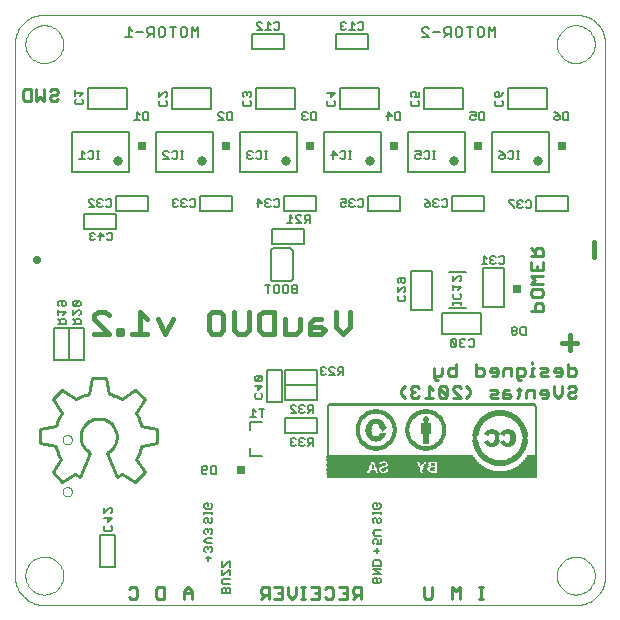
<source format=gbo>
G75*
%MOIN*%
%OFA0B0*%
%FSLAX24Y24*%
%IPPOS*%
%LPD*%
%AMOC8*
5,1,8,0,0,1.08239X$1,22.5*
%
%ADD10C,0.0000*%
%ADD11C,0.0060*%
%ADD12C,0.0100*%
%ADD13C,0.0080*%
%ADD14C,0.0160*%
%ADD15C,0.0283*%
%ADD16C,0.0180*%
%ADD17R,0.6972X0.0007*%
%ADD18R,0.6986X0.0007*%
%ADD19R,0.7000X0.0007*%
%ADD20R,0.7000X0.0007*%
%ADD21R,0.5061X0.0007*%
%ADD22R,0.1841X0.0007*%
%ADD23R,0.3318X0.0007*%
%ADD24R,0.0259X0.0007*%
%ADD25R,0.1148X0.0007*%
%ADD26R,0.0091X0.0007*%
%ADD27R,0.0203X0.0007*%
%ADD28R,0.1344X0.0007*%
%ADD29R,0.0231X0.0007*%
%ADD30R,0.1127X0.0007*%
%ADD31R,0.0077X0.0007*%
%ADD32R,0.0196X0.0007*%
%ADD33R,0.1351X0.0007*%
%ADD34R,0.3318X0.0007*%
%ADD35R,0.0217X0.0007*%
%ADD36R,0.1120X0.0007*%
%ADD37R,0.0070X0.0007*%
%ADD38R,0.0189X0.0007*%
%ADD39R,0.1351X0.0007*%
%ADD40R,0.1106X0.0007*%
%ADD41R,0.0063X0.0007*%
%ADD42R,0.0189X0.0007*%
%ADD43R,0.0196X0.0007*%
%ADD44R,0.1099X0.0007*%
%ADD45R,0.0056X0.0007*%
%ADD46R,0.0182X0.0007*%
%ADD47R,0.1358X0.0007*%
%ADD48R,0.0189X0.0007*%
%ADD49R,0.1092X0.0007*%
%ADD50R,0.0049X0.0007*%
%ADD51R,0.0175X0.0007*%
%ADD52R,0.1358X0.0007*%
%ADD53R,0.1134X0.0007*%
%ADD54R,0.2016X0.0007*%
%ADD55R,0.0182X0.0007*%
%ADD56R,0.1085X0.0007*%
%ADD57R,0.1071X0.0007*%
%ADD58R,0.1953X0.0007*%
%ADD59R,0.0175X0.0007*%
%ADD60R,0.1078X0.0007*%
%ADD61R,0.0049X0.0007*%
%ADD62R,0.0168X0.0007*%
%ADD63R,0.1365X0.0007*%
%ADD64R,0.1029X0.0007*%
%ADD65R,0.1911X0.0007*%
%ADD66R,0.1078X0.0007*%
%ADD67R,0.0035X0.0007*%
%ADD68R,0.0042X0.0007*%
%ADD69R,0.0161X0.0007*%
%ADD70R,0.1365X0.0007*%
%ADD71R,0.0994X0.0007*%
%ADD72R,0.1876X0.0007*%
%ADD73R,0.0091X0.0007*%
%ADD74R,0.0042X0.0007*%
%ADD75R,0.0154X0.0007*%
%ADD76R,0.1372X0.0007*%
%ADD77R,0.0966X0.0007*%
%ADD78R,0.1848X0.0007*%
%ADD79R,0.0126X0.0007*%
%ADD80R,0.0168X0.0007*%
%ADD81R,0.1071X0.0007*%
%ADD82R,0.0112X0.0007*%
%ADD83R,0.0042X0.0007*%
%ADD84R,0.0154X0.0007*%
%ADD85R,0.1372X0.0007*%
%ADD86R,0.0938X0.0007*%
%ADD87R,0.1820X0.0007*%
%ADD88R,0.0140X0.0007*%
%ADD89R,0.1064X0.0007*%
%ADD90R,0.0147X0.0007*%
%ADD91R,0.0917X0.0007*%
%ADD92R,0.1799X0.0007*%
%ADD93R,0.0147X0.0007*%
%ADD94R,0.0161X0.0007*%
%ADD95R,0.1064X0.0007*%
%ADD96R,0.0140X0.0007*%
%ADD97R,0.0049X0.0007*%
%ADD98R,0.1379X0.0007*%
%ADD99R,0.0896X0.0007*%
%ADD100R,0.1778X0.0007*%
%ADD101R,0.0147X0.0007*%
%ADD102R,0.0049X0.0007*%
%ADD103R,0.1379X0.0007*%
%ADD104R,0.0875X0.0007*%
%ADD105R,0.1757X0.0007*%
%ADD106R,0.1057X0.0007*%
%ADD107R,0.0854X0.0007*%
%ADD108R,0.1736X0.0007*%
%ADD109R,0.1057X0.0007*%
%ADD110R,0.1386X0.0007*%
%ADD111R,0.0833X0.0007*%
%ADD112R,0.1715X0.0007*%
%ADD113R,0.0819X0.0007*%
%ADD114R,0.1701X0.0007*%
%ADD115R,0.1393X0.0007*%
%ADD116R,0.0805X0.0007*%
%ADD117R,0.1687X0.0007*%
%ADD118R,0.0056X0.0007*%
%ADD119R,0.1393X0.0007*%
%ADD120R,0.0784X0.0007*%
%ADD121R,0.1666X0.0007*%
%ADD122R,0.1281X0.0007*%
%ADD123R,0.0063X0.0007*%
%ADD124R,0.0770X0.0007*%
%ADD125R,0.1652X0.0007*%
%ADD126R,0.1274X0.0007*%
%ADD127R,0.0070X0.0007*%
%ADD128R,0.1400X0.0007*%
%ADD129R,0.0756X0.0007*%
%ADD130R,0.1638X0.0007*%
%ADD131R,0.1253X0.0007*%
%ADD132R,0.0742X0.0007*%
%ADD133R,0.1624X0.0007*%
%ADD134R,0.1225X0.0007*%
%ADD135R,0.0098X0.0007*%
%ADD136R,0.1400X0.0007*%
%ADD137R,0.0728X0.0007*%
%ADD138R,0.1610X0.0007*%
%ADD139R,0.0133X0.0007*%
%ADD140R,0.1197X0.0007*%
%ADD141R,0.0084X0.0007*%
%ADD142R,0.1407X0.0007*%
%ADD143R,0.0721X0.0007*%
%ADD144R,0.1603X0.0007*%
%ADD145R,0.0112X0.0007*%
%ADD146R,0.1169X0.0007*%
%ADD147R,0.0084X0.0007*%
%ADD148R,0.1407X0.0007*%
%ADD149R,0.0707X0.0007*%
%ADD150R,0.1589X0.0007*%
%ADD151R,0.1141X0.0007*%
%ADD152R,0.1414X0.0007*%
%ADD153R,0.0693X0.0007*%
%ADD154R,0.1575X0.0007*%
%ADD155R,0.1120X0.0007*%
%ADD156R,0.0105X0.0007*%
%ADD157R,0.0679X0.0007*%
%ADD158R,0.1561X0.0007*%
%ADD159R,0.0112X0.0007*%
%ADD160R,0.1414X0.0007*%
%ADD161R,0.0672X0.0007*%
%ADD162R,0.1554X0.0007*%
%ADD163R,0.1421X0.0007*%
%ADD164R,0.0658X0.0007*%
%ADD165R,0.1540X0.0007*%
%ADD166R,0.1421X0.0007*%
%ADD167R,0.0651X0.0007*%
%ADD168R,0.1533X0.0007*%
%ADD169R,0.0182X0.0007*%
%ADD170R,0.0637X0.0007*%
%ADD171R,0.1519X0.0007*%
%ADD172R,0.1050X0.0007*%
%ADD173R,0.1428X0.0007*%
%ADD174R,0.0630X0.0007*%
%ADD175R,0.1512X0.0007*%
%ADD176R,0.1036X0.0007*%
%ADD177R,0.0203X0.0007*%
%ADD178R,0.0042X0.0007*%
%ADD179R,0.1428X0.0007*%
%ADD180R,0.0616X0.0007*%
%ADD181R,0.1498X0.0007*%
%ADD182R,0.1029X0.0007*%
%ADD183R,0.1435X0.0007*%
%ADD184R,0.0609X0.0007*%
%ADD185R,0.1491X0.0007*%
%ADD186R,0.0119X0.0007*%
%ADD187R,0.0133X0.0007*%
%ADD188R,0.1022X0.0007*%
%ADD189R,0.0259X0.0007*%
%ADD190R,0.0035X0.0007*%
%ADD191R,0.1435X0.0007*%
%ADD192R,0.0602X0.0007*%
%ADD193R,0.1484X0.0007*%
%ADD194R,0.0014X0.0007*%
%ADD195R,0.1022X0.0007*%
%ADD196R,0.0287X0.0007*%
%ADD197R,0.0028X0.0007*%
%ADD198R,0.0588X0.0007*%
%ADD199R,0.0308X0.0007*%
%ADD200R,0.1470X0.0007*%
%ADD201R,0.0119X0.0007*%
%ADD202R,0.1008X0.0007*%
%ADD203R,0.0315X0.0007*%
%ADD204R,0.1442X0.0007*%
%ADD205R,0.0581X0.0007*%
%ADD206R,0.0378X0.0007*%
%ADD207R,0.1463X0.0007*%
%ADD208R,0.0028X0.0007*%
%ADD209R,0.1001X0.0007*%
%ADD210R,0.0329X0.0007*%
%ADD211R,0.0021X0.0007*%
%ADD212R,0.1442X0.0007*%
%ADD213R,0.0574X0.0007*%
%ADD214R,0.0448X0.0007*%
%ADD215R,0.1456X0.0007*%
%ADD216R,0.1001X0.0007*%
%ADD217R,0.0336X0.0007*%
%ADD218R,0.0567X0.0007*%
%ADD219R,0.0497X0.0007*%
%ADD220R,0.1449X0.0007*%
%ADD221R,0.0105X0.0007*%
%ADD222R,0.0126X0.0007*%
%ADD223R,0.0014X0.0007*%
%ADD224R,0.1449X0.0007*%
%ADD225R,0.0553X0.0007*%
%ADD226R,0.0546X0.0007*%
%ADD227R,0.0994X0.0007*%
%ADD228R,0.0007X0.0007*%
%ADD229R,0.1449X0.0007*%
%ADD230R,0.0987X0.0007*%
%ADD231R,0.0539X0.0007*%
%ADD232R,0.0980X0.0007*%
%ADD233R,0.1456X0.0007*%
%ADD234R,0.0532X0.0007*%
%ADD235R,0.0665X0.0007*%
%ADD236R,0.1414X0.0007*%
%ADD237R,0.0980X0.0007*%
%ADD238R,0.0525X0.0007*%
%ADD239R,0.0700X0.0007*%
%ADD240R,0.1407X0.0007*%
%ADD241R,0.0084X0.0007*%
%ADD242R,0.0973X0.0007*%
%ADD243R,0.0147X0.0007*%
%ADD244R,0.0518X0.0007*%
%ADD245R,0.0098X0.0007*%
%ADD246R,0.1463X0.0007*%
%ADD247R,0.0511X0.0007*%
%ADD248R,0.0763X0.0007*%
%ADD249R,0.0973X0.0007*%
%ADD250R,0.0504X0.0007*%
%ADD251R,0.0791X0.0007*%
%ADD252R,0.1386X0.0007*%
%ADD253R,0.1470X0.0007*%
%ADD254R,0.0497X0.0007*%
%ADD255R,0.0819X0.0007*%
%ADD256R,0.1379X0.0007*%
%ADD257R,0.0077X0.0007*%
%ADD258R,0.0490X0.0007*%
%ADD259R,0.0847X0.0007*%
%ADD260R,0.1372X0.0007*%
%ADD261R,0.0483X0.0007*%
%ADD262R,0.0868X0.0007*%
%ADD263R,0.1477X0.0007*%
%ADD264R,0.0476X0.0007*%
%ADD265R,0.0469X0.0007*%
%ADD266R,0.0917X0.0007*%
%ADD267R,0.0077X0.0007*%
%ADD268R,0.0210X0.0007*%
%ADD269R,0.1484X0.0007*%
%ADD270R,0.0462X0.0007*%
%ADD271R,0.0945X0.0007*%
%ADD272R,0.1344X0.0007*%
%ADD273R,0.0217X0.0007*%
%ADD274R,0.1484X0.0007*%
%ADD275R,0.0455X0.0007*%
%ADD276R,0.0959X0.0007*%
%ADD277R,0.1337X0.0007*%
%ADD278R,0.0231X0.0007*%
%ADD279R,0.0987X0.0007*%
%ADD280R,0.1330X0.0007*%
%ADD281R,0.1015X0.0007*%
%ADD282R,0.0252X0.0007*%
%ADD283R,0.1491X0.0007*%
%ADD284R,0.0441X0.0007*%
%ADD285R,0.3073X0.0007*%
%ADD286R,0.1862X0.0007*%
%ADD287R,0.0434X0.0007*%
%ADD288R,0.1029X0.0007*%
%ADD289R,0.4998X0.0007*%
%ADD290R,0.0427X0.0007*%
%ADD291R,0.1043X0.0007*%
%ADD292R,0.4991X0.0007*%
%ADD293R,0.0420X0.0007*%
%ADD294R,0.0441X0.0007*%
%ADD295R,0.4984X0.0007*%
%ADD296R,0.0420X0.0007*%
%ADD297R,0.0399X0.0007*%
%ADD298R,0.0406X0.0007*%
%ADD299R,0.4984X0.0007*%
%ADD300R,0.0413X0.0007*%
%ADD301R,0.0371X0.0007*%
%ADD302R,0.0378X0.0007*%
%ADD303R,0.4977X0.0007*%
%ADD304R,0.0406X0.0007*%
%ADD305R,0.0357X0.0007*%
%ADD306R,0.0357X0.0007*%
%ADD307R,0.4970X0.0007*%
%ADD308R,0.0399X0.0007*%
%ADD309R,0.0343X0.0007*%
%ADD310R,0.0350X0.0007*%
%ADD311R,0.4963X0.0007*%
%ADD312R,0.0399X0.0007*%
%ADD313R,0.0329X0.0007*%
%ADD314R,0.0336X0.0007*%
%ADD315R,0.4963X0.0007*%
%ADD316R,0.0392X0.0007*%
%ADD317R,0.0322X0.0007*%
%ADD318R,0.4956X0.0007*%
%ADD319R,0.0385X0.0007*%
%ADD320R,0.4949X0.0007*%
%ADD321R,0.0301X0.0007*%
%ADD322R,0.4942X0.0007*%
%ADD323R,0.0294X0.0007*%
%ADD324R,0.0301X0.0007*%
%ADD325R,0.4942X0.0007*%
%ADD326R,0.0371X0.0007*%
%ADD327R,0.0287X0.0007*%
%ADD328R,0.0294X0.0007*%
%ADD329R,0.4935X0.0007*%
%ADD330R,0.0364X0.0007*%
%ADD331R,0.0287X0.0007*%
%ADD332R,0.4928X0.0007*%
%ADD333R,0.0280X0.0007*%
%ADD334R,0.0273X0.0007*%
%ADD335R,0.4921X0.0007*%
%ADD336R,0.0266X0.0007*%
%ADD337R,0.0273X0.0007*%
%ADD338R,0.4914X0.0007*%
%ADD339R,0.0350X0.0007*%
%ADD340R,0.0266X0.0007*%
%ADD341R,0.4914X0.0007*%
%ADD342R,0.0259X0.0007*%
%ADD343R,0.4907X0.0007*%
%ADD344R,0.4900X0.0007*%
%ADD345R,0.0252X0.0007*%
%ADD346R,0.4900X0.0007*%
%ADD347R,0.0329X0.0007*%
%ADD348R,0.0252X0.0007*%
%ADD349R,0.4893X0.0007*%
%ADD350R,0.0322X0.0007*%
%ADD351R,0.0238X0.0007*%
%ADD352R,0.4886X0.0007*%
%ADD353R,0.0238X0.0007*%
%ADD354R,0.4886X0.0007*%
%ADD355R,0.4879X0.0007*%
%ADD356R,0.0315X0.0007*%
%ADD357R,0.4879X0.0007*%
%ADD358R,0.0224X0.0007*%
%ADD359R,0.0224X0.0007*%
%ADD360R,0.0224X0.0007*%
%ADD361R,0.0224X0.0007*%
%ADD362R,0.0217X0.0007*%
%ADD363R,0.0217X0.0007*%
%ADD364R,0.0210X0.0007*%
%ADD365R,0.0189X0.0007*%
%ADD366R,0.0364X0.0007*%
%ADD367R,0.0357X0.0007*%
%ADD368R,0.0448X0.0007*%
%ADD369R,0.0490X0.0007*%
%ADD370R,0.0518X0.0007*%
%ADD371R,0.0581X0.0007*%
%ADD372R,0.0616X0.0007*%
%ADD373R,0.0644X0.0007*%
%ADD374R,0.0637X0.0007*%
%ADD375R,0.0182X0.0007*%
%ADD376R,0.0665X0.0007*%
%ADD377R,0.0686X0.0007*%
%ADD378R,0.0714X0.0007*%
%ADD379R,0.0707X0.0007*%
%ADD380R,0.0728X0.0007*%
%ADD381R,0.0770X0.0007*%
%ADD382R,0.0329X0.0007*%
%ADD383R,0.0294X0.0007*%
%ADD384R,0.0245X0.0007*%
%ADD385R,0.0364X0.0007*%
%ADD386R,0.0392X0.0007*%
%ADD387R,0.0427X0.0007*%
%ADD388R,0.0077X0.0007*%
%ADD389R,0.0154X0.0007*%
%ADD390R,0.0252X0.0007*%
%ADD391R,0.0343X0.0007*%
%ADD392R,0.0385X0.0007*%
%ADD393R,0.0462X0.0007*%
%ADD394R,0.0245X0.0007*%
%ADD395R,0.0119X0.0007*%
%ADD396R,0.0462X0.0007*%
%ADD397R,0.0434X0.0007*%
%ADD398R,0.0427X0.0007*%
%ADD399R,0.0119X0.0007*%
%ADD400R,0.0364X0.0007*%
%ADD401R,0.0322X0.0007*%
%ADD402R,0.0007X0.0007*%
%ADD403R,0.0021X0.0007*%
%ADD404R,0.0357X0.0007*%
%ADD405R,0.0294X0.0007*%
%ADD406R,0.0504X0.0007*%
%ADD407R,0.0497X0.0007*%
%ADD408R,0.0084X0.0007*%
%ADD409R,0.0154X0.0007*%
%ADD410R,0.0287X0.0007*%
%ADD411R,0.1057X0.0007*%
%ADD412R,0.0952X0.0007*%
%ADD413R,0.0931X0.0007*%
%ADD414R,0.0903X0.0007*%
%ADD415R,0.0882X0.0007*%
%ADD416R,0.0854X0.0007*%
%ADD417R,0.0826X0.0007*%
%ADD418R,0.0322X0.0007*%
%ADD419R,0.0798X0.0007*%
%ADD420R,0.0777X0.0007*%
%ADD421R,0.0777X0.0007*%
%ADD422R,0.0742X0.0007*%
%ADD423R,0.0742X0.0007*%
%ADD424R,0.0735X0.0007*%
%ADD425R,0.0707X0.0007*%
%ADD426R,0.0714X0.0007*%
%ADD427R,0.0714X0.0007*%
%ADD428R,0.0672X0.0007*%
%ADD429R,0.0637X0.0007*%
%ADD430R,0.0672X0.0007*%
%ADD431R,0.0595X0.0007*%
%ADD432R,0.0644X0.0007*%
%ADD433R,0.0588X0.0007*%
%ADD434R,0.0560X0.0007*%
%ADD435R,0.0532X0.0007*%
%ADD436R,0.0455X0.0007*%
%ADD437R,0.0413X0.0007*%
%ADD438R,0.0308X0.0007*%
%ADD439R,0.6958X0.0007*%
%ADD440R,0.6944X0.0007*%
%ADD441R,0.6930X0.0007*%
%ADD442R,0.6930X0.0007*%
%ADD443R,0.6902X0.0007*%
%ADD444R,0.6888X0.0007*%
%ADD445R,0.6874X0.0007*%
%ADD446R,0.6846X0.0007*%
%ADD447R,0.6804X0.0007*%
%ADD448R,0.0300X0.0300*%
%ADD449C,0.0320*%
D10*
X002834Y001872D02*
X002834Y019588D01*
X003189Y019588D02*
X003191Y019638D01*
X003197Y019688D01*
X003207Y019737D01*
X003221Y019785D01*
X003238Y019832D01*
X003259Y019877D01*
X003284Y019921D01*
X003312Y019962D01*
X003344Y020001D01*
X003378Y020038D01*
X003415Y020072D01*
X003455Y020102D01*
X003497Y020129D01*
X003541Y020153D01*
X003587Y020174D01*
X003634Y020190D01*
X003682Y020203D01*
X003732Y020212D01*
X003781Y020217D01*
X003832Y020218D01*
X003882Y020215D01*
X003931Y020208D01*
X003980Y020197D01*
X004028Y020182D01*
X004074Y020164D01*
X004119Y020142D01*
X004162Y020116D01*
X004203Y020087D01*
X004242Y020055D01*
X004278Y020020D01*
X004310Y019982D01*
X004340Y019942D01*
X004367Y019899D01*
X004390Y019855D01*
X004409Y019809D01*
X004425Y019761D01*
X004437Y019712D01*
X004445Y019663D01*
X004449Y019613D01*
X004449Y019563D01*
X004445Y019513D01*
X004437Y019464D01*
X004425Y019415D01*
X004409Y019367D01*
X004390Y019321D01*
X004367Y019277D01*
X004340Y019234D01*
X004310Y019194D01*
X004278Y019156D01*
X004242Y019121D01*
X004203Y019089D01*
X004162Y019060D01*
X004119Y019034D01*
X004074Y019012D01*
X004028Y018994D01*
X003980Y018979D01*
X003931Y018968D01*
X003882Y018961D01*
X003832Y018958D01*
X003781Y018959D01*
X003732Y018964D01*
X003682Y018973D01*
X003634Y018986D01*
X003587Y019002D01*
X003541Y019023D01*
X003497Y019047D01*
X003455Y019074D01*
X003415Y019104D01*
X003378Y019138D01*
X003344Y019175D01*
X003312Y019214D01*
X003284Y019255D01*
X003259Y019299D01*
X003238Y019344D01*
X003221Y019391D01*
X003207Y019439D01*
X003197Y019488D01*
X003191Y019538D01*
X003189Y019588D01*
X002835Y019588D02*
X002837Y019650D01*
X002843Y019711D01*
X002852Y019772D01*
X002866Y019833D01*
X002883Y019892D01*
X002904Y019950D01*
X002929Y020007D01*
X002957Y020062D01*
X002988Y020115D01*
X003023Y020166D01*
X003061Y020215D01*
X003102Y020262D01*
X003145Y020305D01*
X003192Y020346D01*
X003241Y020384D01*
X003292Y020419D01*
X003345Y020450D01*
X003400Y020478D01*
X003457Y020503D01*
X003515Y020524D01*
X003574Y020541D01*
X003635Y020555D01*
X003696Y020564D01*
X003757Y020570D01*
X003819Y020572D01*
X021535Y020572D01*
X020905Y019588D02*
X020907Y019638D01*
X020913Y019688D01*
X020923Y019737D01*
X020937Y019785D01*
X020954Y019832D01*
X020975Y019877D01*
X021000Y019921D01*
X021028Y019962D01*
X021060Y020001D01*
X021094Y020038D01*
X021131Y020072D01*
X021171Y020102D01*
X021213Y020129D01*
X021257Y020153D01*
X021303Y020174D01*
X021350Y020190D01*
X021398Y020203D01*
X021448Y020212D01*
X021497Y020217D01*
X021548Y020218D01*
X021598Y020215D01*
X021647Y020208D01*
X021696Y020197D01*
X021744Y020182D01*
X021790Y020164D01*
X021835Y020142D01*
X021878Y020116D01*
X021919Y020087D01*
X021958Y020055D01*
X021994Y020020D01*
X022026Y019982D01*
X022056Y019942D01*
X022083Y019899D01*
X022106Y019855D01*
X022125Y019809D01*
X022141Y019761D01*
X022153Y019712D01*
X022161Y019663D01*
X022165Y019613D01*
X022165Y019563D01*
X022161Y019513D01*
X022153Y019464D01*
X022141Y019415D01*
X022125Y019367D01*
X022106Y019321D01*
X022083Y019277D01*
X022056Y019234D01*
X022026Y019194D01*
X021994Y019156D01*
X021958Y019121D01*
X021919Y019089D01*
X021878Y019060D01*
X021835Y019034D01*
X021790Y019012D01*
X021744Y018994D01*
X021696Y018979D01*
X021647Y018968D01*
X021598Y018961D01*
X021548Y018958D01*
X021497Y018959D01*
X021448Y018964D01*
X021398Y018973D01*
X021350Y018986D01*
X021303Y019002D01*
X021257Y019023D01*
X021213Y019047D01*
X021171Y019074D01*
X021131Y019104D01*
X021094Y019138D01*
X021060Y019175D01*
X021028Y019214D01*
X021000Y019255D01*
X020975Y019299D01*
X020954Y019344D01*
X020937Y019391D01*
X020923Y019439D01*
X020913Y019488D01*
X020907Y019538D01*
X020905Y019588D01*
X021535Y020572D02*
X021597Y020570D01*
X021658Y020564D01*
X021719Y020555D01*
X021780Y020541D01*
X021839Y020524D01*
X021897Y020503D01*
X021954Y020478D01*
X022009Y020450D01*
X022062Y020419D01*
X022113Y020384D01*
X022162Y020346D01*
X022209Y020305D01*
X022252Y020262D01*
X022293Y020215D01*
X022331Y020166D01*
X022366Y020115D01*
X022397Y020062D01*
X022425Y020007D01*
X022450Y019950D01*
X022471Y019892D01*
X022488Y019833D01*
X022502Y019772D01*
X022511Y019711D01*
X022517Y019650D01*
X022519Y019588D01*
X022519Y001872D01*
X020905Y001872D02*
X020907Y001922D01*
X020913Y001972D01*
X020923Y002021D01*
X020937Y002069D01*
X020954Y002116D01*
X020975Y002161D01*
X021000Y002205D01*
X021028Y002246D01*
X021060Y002285D01*
X021094Y002322D01*
X021131Y002356D01*
X021171Y002386D01*
X021213Y002413D01*
X021257Y002437D01*
X021303Y002458D01*
X021350Y002474D01*
X021398Y002487D01*
X021448Y002496D01*
X021497Y002501D01*
X021548Y002502D01*
X021598Y002499D01*
X021647Y002492D01*
X021696Y002481D01*
X021744Y002466D01*
X021790Y002448D01*
X021835Y002426D01*
X021878Y002400D01*
X021919Y002371D01*
X021958Y002339D01*
X021994Y002304D01*
X022026Y002266D01*
X022056Y002226D01*
X022083Y002183D01*
X022106Y002139D01*
X022125Y002093D01*
X022141Y002045D01*
X022153Y001996D01*
X022161Y001947D01*
X022165Y001897D01*
X022165Y001847D01*
X022161Y001797D01*
X022153Y001748D01*
X022141Y001699D01*
X022125Y001651D01*
X022106Y001605D01*
X022083Y001561D01*
X022056Y001518D01*
X022026Y001478D01*
X021994Y001440D01*
X021958Y001405D01*
X021919Y001373D01*
X021878Y001344D01*
X021835Y001318D01*
X021790Y001296D01*
X021744Y001278D01*
X021696Y001263D01*
X021647Y001252D01*
X021598Y001245D01*
X021548Y001242D01*
X021497Y001243D01*
X021448Y001248D01*
X021398Y001257D01*
X021350Y001270D01*
X021303Y001286D01*
X021257Y001307D01*
X021213Y001331D01*
X021171Y001358D01*
X021131Y001388D01*
X021094Y001422D01*
X021060Y001459D01*
X021028Y001498D01*
X021000Y001539D01*
X020975Y001583D01*
X020954Y001628D01*
X020937Y001675D01*
X020923Y001723D01*
X020913Y001772D01*
X020907Y001822D01*
X020905Y001872D01*
X021535Y000888D02*
X021597Y000890D01*
X021658Y000896D01*
X021719Y000905D01*
X021780Y000919D01*
X021839Y000936D01*
X021897Y000957D01*
X021954Y000982D01*
X022009Y001010D01*
X022062Y001041D01*
X022113Y001076D01*
X022162Y001114D01*
X022209Y001155D01*
X022252Y001198D01*
X022293Y001245D01*
X022331Y001294D01*
X022366Y001345D01*
X022397Y001398D01*
X022425Y001453D01*
X022450Y001510D01*
X022471Y001568D01*
X022488Y001627D01*
X022502Y001688D01*
X022511Y001749D01*
X022517Y001810D01*
X022519Y001872D01*
X021535Y000887D02*
X003819Y000887D01*
X003189Y001872D02*
X003191Y001922D01*
X003197Y001972D01*
X003207Y002021D01*
X003221Y002069D01*
X003238Y002116D01*
X003259Y002161D01*
X003284Y002205D01*
X003312Y002246D01*
X003344Y002285D01*
X003378Y002322D01*
X003415Y002356D01*
X003455Y002386D01*
X003497Y002413D01*
X003541Y002437D01*
X003587Y002458D01*
X003634Y002474D01*
X003682Y002487D01*
X003732Y002496D01*
X003781Y002501D01*
X003832Y002502D01*
X003882Y002499D01*
X003931Y002492D01*
X003980Y002481D01*
X004028Y002466D01*
X004074Y002448D01*
X004119Y002426D01*
X004162Y002400D01*
X004203Y002371D01*
X004242Y002339D01*
X004278Y002304D01*
X004310Y002266D01*
X004340Y002226D01*
X004367Y002183D01*
X004390Y002139D01*
X004409Y002093D01*
X004425Y002045D01*
X004437Y001996D01*
X004445Y001947D01*
X004449Y001897D01*
X004449Y001847D01*
X004445Y001797D01*
X004437Y001748D01*
X004425Y001699D01*
X004409Y001651D01*
X004390Y001605D01*
X004367Y001561D01*
X004340Y001518D01*
X004310Y001478D01*
X004278Y001440D01*
X004242Y001405D01*
X004203Y001373D01*
X004162Y001344D01*
X004119Y001318D01*
X004074Y001296D01*
X004028Y001278D01*
X003980Y001263D01*
X003931Y001252D01*
X003882Y001245D01*
X003832Y001242D01*
X003781Y001243D01*
X003732Y001248D01*
X003682Y001257D01*
X003634Y001270D01*
X003587Y001286D01*
X003541Y001307D01*
X003497Y001331D01*
X003455Y001358D01*
X003415Y001388D01*
X003378Y001422D01*
X003344Y001459D01*
X003312Y001498D01*
X003284Y001539D01*
X003259Y001583D01*
X003238Y001628D01*
X003221Y001675D01*
X003207Y001723D01*
X003197Y001772D01*
X003191Y001822D01*
X003189Y001872D01*
X002835Y001872D02*
X002837Y001810D01*
X002843Y001749D01*
X002852Y001688D01*
X002866Y001627D01*
X002883Y001568D01*
X002904Y001510D01*
X002929Y001453D01*
X002957Y001398D01*
X002988Y001345D01*
X003023Y001294D01*
X003061Y001245D01*
X003102Y001198D01*
X003145Y001155D01*
X003192Y001114D01*
X003241Y001076D01*
X003292Y001041D01*
X003345Y001010D01*
X003400Y000982D01*
X003457Y000957D01*
X003515Y000936D01*
X003574Y000919D01*
X003635Y000905D01*
X003696Y000896D01*
X003757Y000890D01*
X003819Y000888D01*
X004427Y004671D02*
X004429Y004696D01*
X004435Y004720D01*
X004444Y004742D01*
X004457Y004763D01*
X004473Y004782D01*
X004492Y004798D01*
X004513Y004811D01*
X004535Y004820D01*
X004559Y004826D01*
X004584Y004828D01*
X004609Y004826D01*
X004633Y004820D01*
X004655Y004811D01*
X004676Y004798D01*
X004695Y004782D01*
X004711Y004763D01*
X004724Y004742D01*
X004733Y004720D01*
X004739Y004696D01*
X004741Y004671D01*
X004739Y004646D01*
X004733Y004622D01*
X004724Y004600D01*
X004711Y004579D01*
X004695Y004560D01*
X004676Y004544D01*
X004655Y004531D01*
X004633Y004522D01*
X004609Y004516D01*
X004584Y004514D01*
X004559Y004516D01*
X004535Y004522D01*
X004513Y004531D01*
X004492Y004544D01*
X004473Y004560D01*
X004457Y004579D01*
X004444Y004600D01*
X004435Y004622D01*
X004429Y004646D01*
X004427Y004671D01*
X004427Y006404D02*
X004429Y006429D01*
X004435Y006453D01*
X004444Y006475D01*
X004457Y006496D01*
X004473Y006515D01*
X004492Y006531D01*
X004513Y006544D01*
X004535Y006553D01*
X004559Y006559D01*
X004584Y006561D01*
X004609Y006559D01*
X004633Y006553D01*
X004655Y006544D01*
X004676Y006531D01*
X004695Y006515D01*
X004711Y006496D01*
X004724Y006475D01*
X004733Y006453D01*
X004739Y006429D01*
X004741Y006404D01*
X004739Y006379D01*
X004733Y006355D01*
X004724Y006333D01*
X004711Y006312D01*
X004695Y006293D01*
X004676Y006277D01*
X004655Y006264D01*
X004633Y006255D01*
X004609Y006249D01*
X004584Y006247D01*
X004559Y006249D01*
X004535Y006255D01*
X004513Y006264D01*
X004492Y006277D01*
X004473Y006293D01*
X004457Y006312D01*
X004444Y006333D01*
X004435Y006355D01*
X004429Y006379D01*
X004427Y006404D01*
D11*
X005814Y004130D02*
X005814Y003957D01*
X005988Y004130D01*
X006031Y004130D01*
X006075Y004087D01*
X006075Y004000D01*
X006031Y003957D01*
X005944Y003836D02*
X005944Y003662D01*
X006075Y003792D01*
X005814Y003792D01*
X005858Y003541D02*
X005814Y003498D01*
X005814Y003411D01*
X005858Y003367D01*
X006031Y003367D01*
X006075Y003411D01*
X006075Y003498D01*
X006031Y003541D01*
X006184Y003217D02*
X005684Y003217D01*
X005684Y002157D01*
X006184Y002157D01*
X006184Y003217D01*
X009154Y003295D02*
X009198Y003251D01*
X009154Y003295D02*
X009154Y003381D01*
X009198Y003425D01*
X009241Y003425D01*
X009284Y003381D01*
X009284Y003338D01*
X009284Y003381D02*
X009328Y003425D01*
X009371Y003425D01*
X009415Y003381D01*
X009415Y003295D01*
X009371Y003251D01*
X009415Y003130D02*
X009241Y003130D01*
X009154Y003043D01*
X009241Y002957D01*
X009415Y002957D01*
X009371Y002836D02*
X009328Y002836D01*
X009284Y002792D01*
X009241Y002836D01*
X009198Y002836D01*
X009154Y002792D01*
X009154Y002705D01*
X009198Y002662D01*
X009284Y002749D02*
X009284Y002792D01*
X009371Y002836D02*
X009415Y002792D01*
X009415Y002705D01*
X009371Y002662D01*
X009284Y002541D02*
X009284Y002367D01*
X009198Y002454D02*
X009371Y002454D01*
X009744Y002346D02*
X009744Y002173D01*
X009788Y002173D01*
X009961Y002346D01*
X010005Y002346D01*
X010005Y002173D01*
X010005Y002052D02*
X009961Y002052D01*
X009788Y001878D01*
X009744Y001878D01*
X009744Y002052D01*
X010005Y002052D02*
X010005Y001878D01*
X010005Y001757D02*
X009788Y001757D01*
X009744Y001714D01*
X009744Y001627D01*
X009788Y001583D01*
X010005Y001583D01*
X009961Y001462D02*
X009918Y001462D01*
X009874Y001419D01*
X009874Y001289D01*
X009744Y001289D02*
X010005Y001289D01*
X010005Y001419D01*
X009961Y001462D01*
X009874Y001419D02*
X009831Y001462D01*
X009788Y001462D01*
X009744Y001419D01*
X009744Y001289D01*
X009371Y003617D02*
X009328Y003617D01*
X009284Y003661D01*
X009284Y003748D01*
X009241Y003791D01*
X009198Y003791D01*
X009154Y003748D01*
X009154Y003661D01*
X009198Y003617D01*
X009371Y003617D02*
X009415Y003661D01*
X009415Y003748D01*
X009371Y003791D01*
X009415Y003912D02*
X009415Y003999D01*
X009415Y003955D02*
X009154Y003955D01*
X009154Y003912D02*
X009154Y003999D01*
X009198Y004108D02*
X009154Y004152D01*
X009154Y004239D01*
X009198Y004282D01*
X009284Y004282D01*
X009284Y004195D01*
X009198Y004108D02*
X009371Y004108D01*
X009415Y004152D01*
X009415Y004239D01*
X009371Y004282D01*
X009407Y005261D02*
X009364Y005304D01*
X009364Y005478D01*
X009407Y005521D01*
X009537Y005521D01*
X009537Y005261D01*
X009407Y005261D01*
X009243Y005304D02*
X009199Y005261D01*
X009113Y005261D01*
X009069Y005304D01*
X009069Y005478D01*
X009113Y005521D01*
X009199Y005521D01*
X009243Y005478D01*
X009243Y005435D01*
X009199Y005391D01*
X009069Y005391D01*
X010674Y005877D02*
X011074Y005877D01*
X010674Y005877D02*
X010674Y006137D01*
X010674Y006737D02*
X010674Y006997D01*
X011074Y006997D01*
X011068Y007167D02*
X011068Y007428D01*
X011154Y007428D02*
X010981Y007428D01*
X010860Y007341D02*
X010773Y007428D01*
X010773Y007167D01*
X010860Y007167D02*
X010686Y007167D01*
X011234Y007657D02*
X011734Y007657D01*
X011734Y008717D01*
X011234Y008717D01*
X011234Y007657D01*
X011085Y007819D02*
X011041Y007775D01*
X010868Y007775D01*
X010825Y007819D01*
X010825Y007905D01*
X010868Y007949D01*
X010955Y008070D02*
X010955Y008243D01*
X011085Y008200D02*
X010955Y008070D01*
X011041Y007949D02*
X011085Y007905D01*
X011085Y007819D01*
X011085Y008200D02*
X010825Y008200D01*
X010868Y008365D02*
X010825Y008408D01*
X010825Y008495D01*
X010868Y008538D01*
X011041Y008538D01*
X010868Y008365D01*
X011041Y008365D01*
X011085Y008408D01*
X011085Y008495D01*
X011041Y008538D01*
X011854Y008737D02*
X011854Y008237D01*
X011854Y007737D01*
X012914Y007737D01*
X012914Y008237D01*
X011854Y008237D01*
X012914Y008237D01*
X012914Y008737D01*
X011854Y008737D01*
X013028Y008737D02*
X013071Y008693D01*
X013028Y008650D01*
X013028Y008606D01*
X013071Y008563D01*
X013158Y008563D01*
X013201Y008606D01*
X013114Y008693D02*
X013071Y008693D01*
X013028Y008737D02*
X013028Y008780D01*
X013071Y008823D01*
X013158Y008823D01*
X013201Y008780D01*
X013322Y008780D02*
X013366Y008823D01*
X013452Y008823D01*
X013496Y008780D01*
X013617Y008780D02*
X013617Y008693D01*
X013660Y008650D01*
X013790Y008650D01*
X013704Y008650D02*
X013617Y008563D01*
X013496Y008563D02*
X013322Y008737D01*
X013322Y008780D01*
X013322Y008563D02*
X013496Y008563D01*
X013617Y008780D02*
X013660Y008823D01*
X013790Y008823D01*
X013790Y008563D01*
X012788Y007558D02*
X012658Y007558D01*
X012615Y007514D01*
X012615Y007428D01*
X012658Y007384D01*
X012788Y007384D01*
X012702Y007384D02*
X012615Y007297D01*
X012494Y007341D02*
X012450Y007297D01*
X012364Y007297D01*
X012320Y007341D01*
X012320Y007384D01*
X012364Y007428D01*
X012407Y007428D01*
X012364Y007428D02*
X012320Y007471D01*
X012320Y007514D01*
X012364Y007558D01*
X012450Y007558D01*
X012494Y007514D01*
X012199Y007514D02*
X012156Y007558D01*
X012069Y007558D01*
X012025Y007514D01*
X012025Y007471D01*
X012199Y007297D01*
X012025Y007297D01*
X011854Y007137D02*
X011854Y006637D01*
X012914Y006637D01*
X012914Y007137D01*
X011854Y007137D01*
X012069Y006458D02*
X012025Y006414D01*
X012025Y006371D01*
X012069Y006328D01*
X012025Y006284D01*
X012025Y006241D01*
X012069Y006197D01*
X012156Y006197D01*
X012199Y006241D01*
X012320Y006241D02*
X012364Y006197D01*
X012450Y006197D01*
X012494Y006241D01*
X012407Y006328D02*
X012364Y006328D01*
X012320Y006284D01*
X012320Y006241D01*
X012364Y006328D02*
X012320Y006371D01*
X012320Y006414D01*
X012364Y006458D01*
X012450Y006458D01*
X012494Y006414D01*
X012615Y006414D02*
X012615Y006328D01*
X012658Y006284D01*
X012788Y006284D01*
X012702Y006284D02*
X012615Y006197D01*
X012788Y006197D02*
X012788Y006458D01*
X012658Y006458D01*
X012615Y006414D01*
X012199Y006414D02*
X012156Y006458D01*
X012069Y006458D01*
X012069Y006328D02*
X012112Y006328D01*
X012788Y007297D02*
X012788Y007558D01*
X016034Y010737D02*
X016734Y010737D01*
X016734Y012037D01*
X016034Y012037D01*
X016034Y010737D01*
X015811Y011033D02*
X015638Y011033D01*
X015594Y011077D01*
X015594Y011164D01*
X015638Y011207D01*
X015594Y011328D02*
X015768Y011502D01*
X015811Y011502D01*
X015855Y011458D01*
X015855Y011371D01*
X015811Y011328D01*
X015811Y011207D02*
X015855Y011164D01*
X015855Y011077D01*
X015811Y011033D01*
X015594Y011328D02*
X015594Y011502D01*
X015638Y011623D02*
X015594Y011666D01*
X015594Y011753D01*
X015638Y011796D01*
X015811Y011796D01*
X015855Y011753D01*
X015855Y011666D01*
X015811Y011623D01*
X015768Y011623D01*
X015724Y011666D01*
X015724Y011796D01*
X017084Y010637D02*
X017084Y009937D01*
X018384Y009937D01*
X018384Y010637D01*
X017084Y010637D01*
X017304Y010780D02*
X017865Y010780D01*
X017705Y010906D02*
X017705Y010993D01*
X017705Y010950D02*
X017444Y010950D01*
X017444Y010993D02*
X017444Y010906D01*
X017488Y011103D02*
X017444Y011146D01*
X017444Y011233D01*
X017488Y011276D01*
X017444Y011397D02*
X017444Y011571D01*
X017444Y011484D02*
X017705Y011484D01*
X017618Y011397D01*
X017661Y011276D02*
X017705Y011233D01*
X017705Y011146D01*
X017661Y011103D01*
X017488Y011103D01*
X017444Y011692D02*
X017618Y011866D01*
X017661Y011866D01*
X017705Y011822D01*
X017705Y011735D01*
X017661Y011692D01*
X017444Y011692D02*
X017444Y011866D01*
X017304Y011995D02*
X017865Y011995D01*
X018434Y012137D02*
X019134Y012137D01*
X019134Y010837D01*
X018434Y010837D01*
X018434Y012137D01*
X018392Y012267D02*
X018565Y012267D01*
X018478Y012267D02*
X018478Y012528D01*
X018565Y012441D01*
X018686Y012441D02*
X018730Y012398D01*
X018686Y012354D01*
X018686Y012311D01*
X018730Y012267D01*
X018816Y012267D01*
X018860Y012311D01*
X018981Y012311D02*
X019024Y012267D01*
X019111Y012267D01*
X019154Y012311D01*
X019154Y012484D01*
X019111Y012528D01*
X019024Y012528D01*
X018981Y012484D01*
X018860Y012484D02*
X018816Y012528D01*
X018730Y012528D01*
X018686Y012484D01*
X018686Y012441D01*
X018730Y012398D02*
X018773Y012398D01*
X018464Y014037D02*
X017404Y014037D01*
X017404Y014537D01*
X018464Y014537D01*
X018464Y014037D01*
X019292Y014334D02*
X019465Y014161D01*
X019465Y014117D01*
X019586Y014161D02*
X019630Y014117D01*
X019716Y014117D01*
X019760Y014161D01*
X019881Y014161D02*
X019924Y014117D01*
X020011Y014117D01*
X020054Y014161D01*
X020054Y014334D01*
X020011Y014378D01*
X019924Y014378D01*
X019881Y014334D01*
X019760Y014334D02*
X019716Y014378D01*
X019630Y014378D01*
X019586Y014334D01*
X019586Y014291D01*
X019630Y014248D01*
X019586Y014204D01*
X019586Y014161D01*
X019630Y014248D02*
X019673Y014248D01*
X019465Y014378D02*
X019292Y014378D01*
X019292Y014334D01*
X020204Y014537D02*
X020204Y014037D01*
X021264Y014037D01*
X021264Y014537D01*
X020204Y014537D01*
X019654Y015767D02*
X019568Y015767D01*
X019611Y015767D02*
X019611Y016028D01*
X019654Y016028D02*
X019568Y016028D01*
X019458Y015984D02*
X019458Y015811D01*
X019415Y015767D01*
X019328Y015767D01*
X019284Y015811D01*
X019163Y015811D02*
X019120Y015767D01*
X019033Y015767D01*
X018990Y015811D01*
X018990Y015854D01*
X019033Y015898D01*
X019163Y015898D01*
X019163Y015811D01*
X019163Y015898D02*
X019076Y015984D01*
X018990Y016028D01*
X019284Y015984D02*
X019328Y016028D01*
X019415Y016028D01*
X019458Y015984D01*
X018487Y017061D02*
X018357Y017061D01*
X018314Y017104D01*
X018314Y017278D01*
X018357Y017321D01*
X018487Y017321D01*
X018487Y017061D01*
X018193Y017104D02*
X018149Y017061D01*
X018063Y017061D01*
X018019Y017104D01*
X018019Y017191D01*
X018063Y017235D01*
X018106Y017235D01*
X018193Y017191D01*
X018193Y017321D01*
X018019Y017321D01*
X017784Y017437D02*
X017784Y018137D01*
X016484Y018137D01*
X016484Y017437D01*
X017784Y017437D01*
X018844Y017571D02*
X018888Y017528D01*
X019061Y017528D01*
X019105Y017571D01*
X019105Y017658D01*
X019061Y017702D01*
X018974Y017823D02*
X018974Y017953D01*
X018931Y017996D01*
X018888Y017996D01*
X018844Y017953D01*
X018844Y017866D01*
X018888Y017823D01*
X018974Y017823D01*
X019061Y017909D01*
X019105Y017996D01*
X019284Y018137D02*
X019284Y017437D01*
X020584Y017437D01*
X020584Y018137D01*
X019284Y018137D01*
X018888Y017702D02*
X018844Y017658D01*
X018844Y017571D01*
X020819Y017321D02*
X020906Y017278D01*
X020993Y017191D01*
X020863Y017191D01*
X020819Y017148D01*
X020819Y017104D01*
X020863Y017061D01*
X020949Y017061D01*
X020993Y017104D01*
X020993Y017191D01*
X021114Y017104D02*
X021114Y017278D01*
X021157Y017321D01*
X021287Y017321D01*
X021287Y017061D01*
X021157Y017061D01*
X021114Y017104D01*
X017254Y014384D02*
X017254Y014211D01*
X017211Y014167D01*
X017124Y014167D01*
X017081Y014211D01*
X016960Y014211D02*
X016916Y014167D01*
X016830Y014167D01*
X016786Y014211D01*
X016786Y014254D01*
X016830Y014298D01*
X016873Y014298D01*
X016830Y014298D02*
X016786Y014341D01*
X016786Y014384D01*
X016830Y014428D01*
X016916Y014428D01*
X016960Y014384D01*
X017081Y014384D02*
X017124Y014428D01*
X017211Y014428D01*
X017254Y014384D01*
X016665Y014298D02*
X016665Y014211D01*
X016622Y014167D01*
X016535Y014167D01*
X016492Y014211D01*
X016492Y014254D01*
X016535Y014298D01*
X016665Y014298D01*
X016578Y014384D01*
X016492Y014428D01*
X015664Y014537D02*
X015664Y014037D01*
X014604Y014037D01*
X014604Y014537D01*
X015664Y014537D01*
X014454Y014384D02*
X014454Y014211D01*
X014411Y014167D01*
X014324Y014167D01*
X014281Y014211D01*
X014160Y014211D02*
X014116Y014167D01*
X014030Y014167D01*
X013986Y014211D01*
X013986Y014254D01*
X014030Y014298D01*
X014073Y014298D01*
X014030Y014298D02*
X013986Y014341D01*
X013986Y014384D01*
X014030Y014428D01*
X014116Y014428D01*
X014160Y014384D01*
X014281Y014384D02*
X014324Y014428D01*
X014411Y014428D01*
X014454Y014384D01*
X013865Y014428D02*
X013865Y014298D01*
X013778Y014341D01*
X013735Y014341D01*
X013692Y014298D01*
X013692Y014211D01*
X013735Y014167D01*
X013822Y014167D01*
X013865Y014211D01*
X013865Y014428D02*
X013692Y014428D01*
X012864Y014537D02*
X012864Y014037D01*
X011804Y014037D01*
X011804Y014537D01*
X012864Y014537D01*
X012678Y013892D02*
X012547Y013892D01*
X012504Y013849D01*
X012504Y013762D01*
X012547Y013719D01*
X012678Y013719D01*
X012678Y013632D02*
X012678Y013892D01*
X012591Y013719D02*
X012504Y013632D01*
X012383Y013632D02*
X012209Y013806D01*
X012209Y013849D01*
X012253Y013892D01*
X012340Y013892D01*
X012383Y013849D01*
X012383Y013632D02*
X012209Y013632D01*
X012088Y013632D02*
X011915Y013632D01*
X012001Y013632D02*
X012001Y013892D01*
X012088Y013806D01*
X012464Y013437D02*
X011404Y013437D01*
X011404Y012937D01*
X012464Y012937D01*
X012464Y013437D01*
X011994Y012787D02*
X011474Y012787D01*
X011457Y012785D01*
X011440Y012781D01*
X011424Y012774D01*
X011410Y012764D01*
X011397Y012751D01*
X011387Y012737D01*
X011380Y012721D01*
X011376Y012704D01*
X011374Y012687D01*
X011374Y011787D01*
X011376Y011770D01*
X011380Y011753D01*
X011387Y011737D01*
X011397Y011723D01*
X011410Y011710D01*
X011424Y011700D01*
X011440Y011693D01*
X011457Y011689D01*
X011474Y011687D01*
X011994Y011687D01*
X012011Y011689D01*
X012028Y011693D01*
X012044Y011700D01*
X012058Y011710D01*
X012071Y011723D01*
X012081Y011737D01*
X012088Y011753D01*
X012092Y011770D01*
X012094Y011787D01*
X012094Y012687D01*
X012092Y012704D01*
X012088Y012721D01*
X012081Y012737D01*
X012071Y012751D01*
X012058Y012764D01*
X012044Y012774D01*
X012028Y012781D01*
X012011Y012785D01*
X011994Y012787D01*
X011895Y011558D02*
X011938Y011514D01*
X011938Y011341D01*
X011895Y011297D01*
X011808Y011297D01*
X011765Y011341D01*
X011765Y011514D01*
X011808Y011558D01*
X011895Y011558D01*
X012059Y011514D02*
X012059Y011471D01*
X012103Y011428D01*
X012233Y011428D01*
X012233Y011558D02*
X012233Y011297D01*
X012103Y011297D01*
X012059Y011341D01*
X012059Y011384D01*
X012103Y011428D01*
X012059Y011514D02*
X012103Y011558D01*
X012233Y011558D01*
X011644Y011514D02*
X011644Y011341D01*
X011600Y011297D01*
X011514Y011297D01*
X011470Y011341D01*
X011470Y011514D01*
X011514Y011558D01*
X011600Y011558D01*
X011644Y011514D01*
X011349Y011558D02*
X011175Y011558D01*
X011262Y011558D02*
X011262Y011297D01*
X010064Y014037D02*
X009004Y014037D01*
X009004Y014537D01*
X010064Y014537D01*
X010064Y014037D01*
X010892Y014298D02*
X011065Y014298D01*
X010935Y014428D01*
X010935Y014167D01*
X011186Y014211D02*
X011230Y014167D01*
X011316Y014167D01*
X011360Y014211D01*
X011481Y014211D02*
X011524Y014167D01*
X011611Y014167D01*
X011654Y014211D01*
X011654Y014384D01*
X011611Y014428D01*
X011524Y014428D01*
X011481Y014384D01*
X011360Y014384D02*
X011316Y014428D01*
X011230Y014428D01*
X011186Y014384D01*
X011186Y014341D01*
X011230Y014298D01*
X011186Y014254D01*
X011186Y014211D01*
X011230Y014298D02*
X011273Y014298D01*
X011254Y015767D02*
X011168Y015767D01*
X011211Y015767D02*
X011211Y016028D01*
X011254Y016028D02*
X011168Y016028D01*
X011058Y015984D02*
X011058Y015811D01*
X011015Y015767D01*
X010928Y015767D01*
X010884Y015811D01*
X010763Y015811D02*
X010720Y015767D01*
X010633Y015767D01*
X010590Y015811D01*
X010590Y015854D01*
X010633Y015898D01*
X010676Y015898D01*
X010633Y015898D02*
X010590Y015941D01*
X010590Y015984D01*
X010633Y016028D01*
X010720Y016028D01*
X010763Y015984D01*
X010884Y015984D02*
X010928Y016028D01*
X011015Y016028D01*
X011058Y015984D01*
X010087Y017061D02*
X009957Y017061D01*
X009914Y017104D01*
X009914Y017278D01*
X009957Y017321D01*
X010087Y017321D01*
X010087Y017061D01*
X009793Y017061D02*
X009619Y017235D01*
X009619Y017278D01*
X009663Y017321D01*
X009749Y017321D01*
X009793Y017278D01*
X009793Y017061D02*
X009619Y017061D01*
X009384Y017437D02*
X009384Y018137D01*
X008084Y018137D01*
X008084Y017437D01*
X009384Y017437D01*
X010444Y017571D02*
X010488Y017528D01*
X010661Y017528D01*
X010705Y017571D01*
X010705Y017658D01*
X010661Y017702D01*
X010661Y017823D02*
X010705Y017866D01*
X010705Y017953D01*
X010661Y017996D01*
X010618Y017996D01*
X010574Y017953D01*
X010531Y017996D01*
X010488Y017996D01*
X010444Y017953D01*
X010444Y017866D01*
X010488Y017823D01*
X010488Y017702D02*
X010444Y017658D01*
X010444Y017571D01*
X010574Y017909D02*
X010574Y017953D01*
X010884Y018137D02*
X010884Y017437D01*
X012184Y017437D01*
X012184Y018137D01*
X010884Y018137D01*
X012419Y017278D02*
X012419Y017235D01*
X012463Y017191D01*
X012419Y017148D01*
X012419Y017104D01*
X012463Y017061D01*
X012549Y017061D01*
X012593Y017104D01*
X012714Y017104D02*
X012757Y017061D01*
X012887Y017061D01*
X012887Y017321D01*
X012757Y017321D01*
X012714Y017278D01*
X012714Y017104D01*
X012593Y017278D02*
X012549Y017321D01*
X012463Y017321D01*
X012419Y017278D01*
X012463Y017191D02*
X012506Y017191D01*
X013244Y017571D02*
X013288Y017528D01*
X013461Y017528D01*
X013505Y017571D01*
X013505Y017658D01*
X013461Y017702D01*
X013374Y017823D02*
X013374Y017996D01*
X013244Y017953D02*
X013505Y017953D01*
X013374Y017823D01*
X013288Y017702D02*
X013244Y017658D01*
X013244Y017571D01*
X013684Y017437D02*
X014984Y017437D01*
X014984Y018137D01*
X013684Y018137D01*
X013684Y017437D01*
X013728Y016028D02*
X013815Y016028D01*
X013858Y015984D01*
X013858Y015811D01*
X013815Y015767D01*
X013728Y015767D01*
X013684Y015811D01*
X013563Y015898D02*
X013390Y015898D01*
X013433Y016028D02*
X013433Y015767D01*
X013563Y015898D02*
X013433Y016028D01*
X013684Y015984D02*
X013728Y016028D01*
X013968Y016028D02*
X014054Y016028D01*
X014011Y016028D02*
X014011Y015767D01*
X014054Y015767D02*
X013968Y015767D01*
X015263Y017061D02*
X015263Y017321D01*
X015393Y017191D01*
X015219Y017191D01*
X015514Y017104D02*
X015557Y017061D01*
X015687Y017061D01*
X015687Y017321D01*
X015557Y017321D01*
X015514Y017278D01*
X015514Y017104D01*
X016044Y017571D02*
X016044Y017658D01*
X016088Y017702D01*
X016088Y017823D02*
X016044Y017866D01*
X016044Y017953D01*
X016088Y017996D01*
X016174Y017996D01*
X016218Y017953D01*
X016218Y017909D01*
X016174Y017823D01*
X016305Y017823D01*
X016305Y017996D01*
X016261Y017702D02*
X016305Y017658D01*
X016305Y017571D01*
X016261Y017528D01*
X016088Y017528D01*
X016044Y017571D01*
X016190Y016028D02*
X016363Y016028D01*
X016363Y015898D01*
X016276Y015941D01*
X016233Y015941D01*
X016190Y015898D01*
X016190Y015811D01*
X016233Y015767D01*
X016320Y015767D01*
X016363Y015811D01*
X016484Y015811D02*
X016528Y015767D01*
X016615Y015767D01*
X016658Y015811D01*
X016658Y015984D01*
X016615Y016028D01*
X016528Y016028D01*
X016484Y015984D01*
X016768Y016028D02*
X016854Y016028D01*
X016811Y016028D02*
X016811Y015767D01*
X016854Y015767D02*
X016768Y015767D01*
X014614Y019437D02*
X013554Y019437D01*
X013554Y019937D01*
X014614Y019937D01*
X014614Y019437D01*
X014411Y020067D02*
X014324Y020067D01*
X014281Y020111D01*
X014160Y020067D02*
X013986Y020067D01*
X014073Y020067D02*
X014073Y020328D01*
X014160Y020241D01*
X014281Y020284D02*
X014324Y020328D01*
X014411Y020328D01*
X014454Y020284D01*
X014454Y020111D01*
X014411Y020067D01*
X013865Y020111D02*
X013822Y020067D01*
X013735Y020067D01*
X013692Y020111D01*
X013692Y020154D01*
X013735Y020198D01*
X013778Y020198D01*
X013735Y020198D02*
X013692Y020241D01*
X013692Y020284D01*
X013735Y020328D01*
X013822Y020328D01*
X013865Y020284D01*
X011814Y019937D02*
X011814Y019437D01*
X010754Y019437D01*
X010754Y019937D01*
X011814Y019937D01*
X011654Y020111D02*
X011611Y020067D01*
X011524Y020067D01*
X011481Y020111D01*
X011360Y020067D02*
X011186Y020067D01*
X011273Y020067D02*
X011273Y020328D01*
X011360Y020241D01*
X011481Y020284D02*
X011524Y020328D01*
X011611Y020328D01*
X011654Y020284D01*
X011654Y020111D01*
X011065Y020067D02*
X010892Y020241D01*
X010892Y020284D01*
X010935Y020328D01*
X011022Y020328D01*
X011065Y020284D01*
X011065Y020067D02*
X010892Y020067D01*
X007905Y017953D02*
X007905Y017866D01*
X007861Y017823D01*
X007861Y017702D02*
X007905Y017658D01*
X007905Y017571D01*
X007861Y017528D01*
X007688Y017528D01*
X007644Y017571D01*
X007644Y017658D01*
X007688Y017702D01*
X007644Y017823D02*
X007818Y017996D01*
X007861Y017996D01*
X007905Y017953D01*
X007644Y017996D02*
X007644Y017823D01*
X007287Y017321D02*
X007157Y017321D01*
X007114Y017278D01*
X007114Y017104D01*
X007157Y017061D01*
X007287Y017061D01*
X007287Y017321D01*
X006993Y017235D02*
X006906Y017321D01*
X006906Y017061D01*
X006993Y017061D02*
X006819Y017061D01*
X006584Y017437D02*
X006584Y018137D01*
X005284Y018137D01*
X005284Y017437D01*
X006584Y017437D01*
X005105Y017621D02*
X005061Y017578D01*
X004888Y017578D01*
X004844Y017621D01*
X004844Y017708D01*
X004888Y017752D01*
X004844Y017873D02*
X004844Y018046D01*
X004844Y017959D02*
X005105Y017959D01*
X005018Y017873D01*
X005061Y017752D02*
X005105Y017708D01*
X005105Y017621D01*
X005076Y016028D02*
X005076Y015767D01*
X004990Y015767D02*
X005163Y015767D01*
X005284Y015811D02*
X005328Y015767D01*
X005415Y015767D01*
X005458Y015811D01*
X005458Y015984D01*
X005415Y016028D01*
X005328Y016028D01*
X005284Y015984D01*
X005163Y015941D02*
X005076Y016028D01*
X005568Y016028D02*
X005654Y016028D01*
X005611Y016028D02*
X005611Y015767D01*
X005654Y015767D02*
X005568Y015767D01*
X006204Y014537D02*
X006204Y014037D01*
X007264Y014037D01*
X007264Y014537D01*
X006204Y014537D01*
X006054Y014384D02*
X006054Y014211D01*
X006011Y014167D01*
X005924Y014167D01*
X005881Y014211D01*
X005760Y014211D02*
X005716Y014167D01*
X005630Y014167D01*
X005586Y014211D01*
X005586Y014254D01*
X005630Y014298D01*
X005673Y014298D01*
X005630Y014298D02*
X005586Y014341D01*
X005586Y014384D01*
X005630Y014428D01*
X005716Y014428D01*
X005760Y014384D01*
X005881Y014384D02*
X005924Y014428D01*
X006011Y014428D01*
X006054Y014384D01*
X006214Y013937D02*
X006214Y013437D01*
X005154Y013437D01*
X005154Y013937D01*
X006214Y013937D01*
X006045Y013308D02*
X006088Y013264D01*
X006088Y013091D01*
X006045Y013047D01*
X005958Y013047D01*
X005915Y013091D01*
X005794Y013178D02*
X005620Y013178D01*
X005664Y013308D02*
X005794Y013178D01*
X005915Y013264D02*
X005958Y013308D01*
X006045Y013308D01*
X005664Y013308D02*
X005664Y013047D01*
X005499Y013091D02*
X005456Y013047D01*
X005369Y013047D01*
X005325Y013091D01*
X005325Y013134D01*
X005369Y013178D01*
X005412Y013178D01*
X005369Y013178D02*
X005325Y013221D01*
X005325Y013264D01*
X005369Y013308D01*
X005456Y013308D01*
X005499Y013264D01*
X005465Y014167D02*
X005292Y014167D01*
X005465Y014167D02*
X005292Y014341D01*
X005292Y014384D01*
X005335Y014428D01*
X005422Y014428D01*
X005465Y014384D01*
X007790Y015767D02*
X007963Y015767D01*
X007790Y015941D01*
X007790Y015984D01*
X007833Y016028D01*
X007920Y016028D01*
X007963Y015984D01*
X008084Y015984D02*
X008128Y016028D01*
X008215Y016028D01*
X008258Y015984D01*
X008258Y015811D01*
X008215Y015767D01*
X008128Y015767D01*
X008084Y015811D01*
X008368Y015767D02*
X008454Y015767D01*
X008411Y015767D02*
X008411Y016028D01*
X008454Y016028D02*
X008368Y016028D01*
X008430Y014428D02*
X008386Y014384D01*
X008386Y014341D01*
X008430Y014298D01*
X008386Y014254D01*
X008386Y014211D01*
X008430Y014167D01*
X008516Y014167D01*
X008560Y014211D01*
X008681Y014211D02*
X008724Y014167D01*
X008811Y014167D01*
X008854Y014211D01*
X008854Y014384D01*
X008811Y014428D01*
X008724Y014428D01*
X008681Y014384D01*
X008560Y014384D02*
X008516Y014428D01*
X008430Y014428D01*
X008430Y014298D02*
X008473Y014298D01*
X008265Y014384D02*
X008222Y014428D01*
X008135Y014428D01*
X008092Y014384D01*
X008092Y014341D01*
X008135Y014298D01*
X008092Y014254D01*
X008092Y014211D01*
X008135Y014167D01*
X008222Y014167D01*
X008265Y014211D01*
X008178Y014298D02*
X008135Y014298D01*
X004981Y011030D02*
X004808Y010857D01*
X004764Y010900D01*
X004764Y010987D01*
X004808Y011030D01*
X004981Y011030D01*
X005025Y010987D01*
X005025Y010900D01*
X004981Y010857D01*
X004808Y010857D01*
X004764Y010736D02*
X004764Y010562D01*
X004938Y010736D01*
X004981Y010736D01*
X005025Y010692D01*
X005025Y010605D01*
X004981Y010562D01*
X004981Y010441D02*
X004894Y010441D01*
X004851Y010398D01*
X004851Y010267D01*
X004764Y010267D02*
X005025Y010267D01*
X005025Y010398D01*
X004981Y010441D01*
X004851Y010354D02*
X004764Y010441D01*
X004525Y010398D02*
X004525Y010267D01*
X004264Y010267D01*
X004351Y010267D02*
X004351Y010398D01*
X004394Y010441D01*
X004481Y010441D01*
X004525Y010398D01*
X004351Y010354D02*
X004264Y010441D01*
X004264Y010562D02*
X004264Y010736D01*
X004264Y010649D02*
X004525Y010649D01*
X004438Y010562D01*
X004438Y010857D02*
X004394Y010900D01*
X004394Y011030D01*
X004308Y011030D02*
X004481Y011030D01*
X004525Y010987D01*
X004525Y010900D01*
X004481Y010857D01*
X004438Y010857D01*
X004308Y010857D02*
X004264Y010900D01*
X004264Y010987D01*
X004308Y011030D01*
X004134Y010117D02*
X004634Y010117D01*
X004634Y009057D01*
X005134Y009057D01*
X005134Y010117D01*
X004634Y010117D01*
X004634Y009057D01*
X004134Y009057D01*
X004134Y010117D01*
X014764Y004239D02*
X014764Y004152D01*
X014808Y004108D01*
X014981Y004108D01*
X015025Y004152D01*
X015025Y004239D01*
X014981Y004282D01*
X014894Y004282D02*
X014894Y004195D01*
X014894Y004282D02*
X014808Y004282D01*
X014764Y004239D01*
X014764Y003999D02*
X014764Y003912D01*
X014764Y003955D02*
X015025Y003955D01*
X015025Y003912D02*
X015025Y003999D01*
X014981Y003791D02*
X015025Y003748D01*
X015025Y003661D01*
X014981Y003617D01*
X014938Y003617D01*
X014894Y003661D01*
X014894Y003748D01*
X014851Y003791D01*
X014808Y003791D01*
X014764Y003748D01*
X014764Y003661D01*
X014808Y003617D01*
X014851Y003380D02*
X014764Y003293D01*
X014851Y003207D01*
X015025Y003207D01*
X015025Y003086D02*
X015025Y002912D01*
X014894Y002912D01*
X014938Y002999D01*
X014938Y003042D01*
X014894Y003086D01*
X014808Y003086D01*
X014764Y003042D01*
X014764Y002955D01*
X014808Y002912D01*
X014894Y002791D02*
X014894Y002617D01*
X014808Y002704D02*
X014981Y002704D01*
X014981Y002380D02*
X014808Y002380D01*
X014764Y002337D01*
X014764Y002207D01*
X015025Y002207D01*
X015025Y002337D01*
X014981Y002380D01*
X015025Y002086D02*
X014764Y002086D01*
X015025Y001912D01*
X014764Y001912D01*
X014808Y001791D02*
X014894Y001791D01*
X014894Y001704D01*
X014808Y001617D02*
X014764Y001661D01*
X014764Y001748D01*
X014808Y001791D01*
X014981Y001791D02*
X015025Y001748D01*
X015025Y001661D01*
X014981Y001617D01*
X014808Y001617D01*
X014851Y003380D02*
X015025Y003380D01*
X017419Y009497D02*
X017506Y009497D01*
X017549Y009541D01*
X017375Y009714D01*
X017375Y009541D01*
X017419Y009497D01*
X017549Y009541D02*
X017549Y009714D01*
X017506Y009758D01*
X017419Y009758D01*
X017375Y009714D01*
X017670Y009714D02*
X017670Y009671D01*
X017714Y009628D01*
X017670Y009584D01*
X017670Y009541D01*
X017714Y009497D01*
X017800Y009497D01*
X017844Y009541D01*
X017965Y009541D02*
X018008Y009497D01*
X018095Y009497D01*
X018138Y009541D01*
X018138Y009714D01*
X018095Y009758D01*
X018008Y009758D01*
X017965Y009714D01*
X017844Y009714D02*
X017800Y009758D01*
X017714Y009758D01*
X017670Y009714D01*
X017714Y009628D02*
X017757Y009628D01*
X019392Y009947D02*
X019436Y009904D01*
X019523Y009904D01*
X019566Y009947D01*
X019566Y009990D01*
X019523Y010034D01*
X019436Y010034D01*
X019392Y009990D01*
X019392Y009947D01*
X019436Y010034D02*
X019392Y010077D01*
X019392Y010121D01*
X019436Y010164D01*
X019523Y010164D01*
X019566Y010121D01*
X019566Y010077D01*
X019523Y010034D01*
X019687Y010121D02*
X019730Y010164D01*
X019861Y010164D01*
X019861Y009904D01*
X019730Y009904D01*
X019687Y009947D01*
X019687Y010121D01*
D12*
X020034Y010685D02*
X020435Y010685D01*
X020435Y010886D01*
X020368Y010952D01*
X020234Y010952D01*
X020168Y010886D01*
X020168Y010685D01*
X020101Y011146D02*
X020034Y011213D01*
X020034Y011346D01*
X020101Y011413D01*
X020368Y011413D01*
X020435Y011346D01*
X020435Y011213D01*
X020368Y011146D01*
X020101Y011146D01*
X020034Y011606D02*
X020168Y011740D01*
X020034Y011873D01*
X020435Y011873D01*
X020435Y012067D02*
X020034Y012067D01*
X020034Y012334D01*
X020034Y012527D02*
X020435Y012527D01*
X020435Y012727D01*
X020368Y012794D01*
X020234Y012794D01*
X020168Y012727D01*
X020168Y012527D01*
X020168Y012660D02*
X020034Y012794D01*
X020435Y012334D02*
X020435Y012067D01*
X020234Y012067D02*
X020234Y012200D01*
X020034Y011606D02*
X020435Y011606D01*
X020086Y009004D02*
X020086Y008938D01*
X020086Y008804D02*
X020086Y008537D01*
X020020Y008537D02*
X020153Y008537D01*
X020347Y008604D02*
X020413Y008671D01*
X020547Y008671D01*
X020614Y008738D01*
X020547Y008804D01*
X020347Y008804D01*
X020153Y008804D02*
X020086Y008804D01*
X019846Y008738D02*
X019846Y008604D01*
X019779Y008537D01*
X019579Y008537D01*
X019579Y008471D02*
X019579Y008804D01*
X019779Y008804D01*
X019846Y008738D01*
X019579Y008471D02*
X019646Y008404D01*
X019713Y008404D01*
X019626Y008121D02*
X019626Y007854D01*
X019559Y007787D01*
X019386Y007854D02*
X019319Y007921D01*
X019119Y007921D01*
X019119Y007988D02*
X019119Y007787D01*
X019319Y007787D01*
X019386Y007854D01*
X019319Y008054D02*
X019186Y008054D01*
X019119Y007988D01*
X018925Y007988D02*
X018859Y007921D01*
X018725Y007921D01*
X018659Y007854D01*
X018725Y007787D01*
X018925Y007787D01*
X018925Y007988D02*
X018859Y008054D01*
X018659Y008054D01*
X018725Y008537D02*
X018859Y008537D01*
X018925Y008604D01*
X018925Y008738D01*
X018859Y008804D01*
X018725Y008804D01*
X018659Y008738D01*
X018659Y008671D01*
X018925Y008671D01*
X019119Y008738D02*
X019119Y008537D01*
X019119Y008738D02*
X019186Y008804D01*
X019386Y008804D01*
X019386Y008537D01*
X019559Y008054D02*
X019693Y008054D01*
X019886Y007988D02*
X019886Y007787D01*
X019886Y007988D02*
X019953Y008054D01*
X020153Y008054D01*
X020153Y007787D01*
X020347Y007921D02*
X020614Y007921D01*
X020614Y007854D02*
X020614Y007988D01*
X020547Y008054D01*
X020413Y008054D01*
X020347Y007988D01*
X020347Y007921D01*
X020413Y007787D02*
X020547Y007787D01*
X020614Y007854D01*
X020807Y007921D02*
X020807Y008188D01*
X021074Y008188D02*
X021074Y007921D01*
X020940Y007787D01*
X020807Y007921D01*
X021267Y007921D02*
X021267Y007854D01*
X021334Y007787D01*
X021468Y007787D01*
X021534Y007854D01*
X021468Y007988D02*
X021334Y007988D01*
X021267Y007921D01*
X021267Y008121D02*
X021334Y008188D01*
X021468Y008188D01*
X021534Y008121D01*
X021534Y008054D01*
X021468Y007988D01*
X021468Y008537D02*
X021267Y008537D01*
X021267Y008938D01*
X021267Y008804D02*
X021468Y008804D01*
X021534Y008738D01*
X021534Y008604D01*
X021468Y008537D01*
X021074Y008604D02*
X021074Y008738D01*
X021007Y008804D01*
X020874Y008804D01*
X020807Y008738D01*
X020807Y008671D01*
X021074Y008671D01*
X021074Y008604D02*
X021007Y008537D01*
X020874Y008537D01*
X020614Y008537D02*
X020413Y008537D01*
X020347Y008604D01*
X018465Y008604D02*
X018465Y008738D01*
X018398Y008804D01*
X018198Y008804D01*
X018198Y008938D02*
X018198Y008537D01*
X018398Y008537D01*
X018465Y008604D01*
X018005Y008054D02*
X017871Y008188D01*
X017698Y008121D02*
X017631Y008188D01*
X017498Y008188D01*
X017431Y008121D01*
X017431Y008054D01*
X017698Y007787D01*
X017431Y007787D01*
X017237Y007854D02*
X016970Y008121D01*
X016970Y007854D01*
X017037Y007787D01*
X017171Y007787D01*
X017237Y007854D01*
X017237Y008121D01*
X017171Y008188D01*
X017037Y008188D01*
X016970Y008121D01*
X016777Y008054D02*
X016643Y008188D01*
X016643Y007787D01*
X016510Y007787D02*
X016777Y007787D01*
X016317Y007854D02*
X016250Y007787D01*
X016116Y007787D01*
X016050Y007854D01*
X016050Y007921D01*
X016116Y007988D01*
X016183Y007988D01*
X016116Y007988D02*
X016050Y008054D01*
X016050Y008121D01*
X016116Y008188D01*
X016250Y008188D01*
X016317Y008121D01*
X015856Y008188D02*
X015723Y008054D01*
X015723Y007921D01*
X015856Y007787D01*
X016817Y008471D02*
X016817Y008804D01*
X016817Y008537D02*
X017017Y008537D01*
X017084Y008604D01*
X017084Y008804D01*
X017277Y008738D02*
X017277Y008604D01*
X017344Y008537D01*
X017544Y008537D01*
X017544Y008938D01*
X017544Y008804D02*
X017344Y008804D01*
X017277Y008738D01*
X016950Y008404D02*
X016884Y008404D01*
X016817Y008471D01*
X017871Y007787D02*
X018005Y007921D01*
X018005Y008054D01*
X018299Y001488D02*
X018433Y001488D01*
X018366Y001488D02*
X018366Y001087D01*
X018433Y001087D02*
X018299Y001087D01*
X017665Y001087D02*
X017665Y001488D01*
X017532Y001354D01*
X017399Y001488D01*
X017399Y001087D01*
X016745Y001154D02*
X016745Y001488D01*
X016478Y001488D02*
X016478Y001154D01*
X016545Y001087D01*
X016678Y001087D01*
X016745Y001154D01*
X014364Y001087D02*
X014364Y001488D01*
X014164Y001488D01*
X014097Y001421D01*
X014097Y001288D01*
X014164Y001221D01*
X014364Y001221D01*
X014231Y001221D02*
X014097Y001087D01*
X013904Y001087D02*
X013637Y001087D01*
X013443Y001154D02*
X013376Y001087D01*
X013243Y001087D01*
X013176Y001154D01*
X012983Y001087D02*
X012716Y001087D01*
X012522Y001087D02*
X012389Y001087D01*
X012456Y001087D02*
X012456Y001488D01*
X012522Y001488D02*
X012389Y001488D01*
X012216Y001488D02*
X012216Y001221D01*
X012082Y001087D01*
X011949Y001221D01*
X011949Y001488D01*
X011755Y001488D02*
X011755Y001087D01*
X011488Y001087D01*
X011295Y001087D02*
X011295Y001488D01*
X011095Y001488D01*
X011028Y001421D01*
X011028Y001288D01*
X011095Y001221D01*
X011295Y001221D01*
X011161Y001221D02*
X011028Y001087D01*
X011488Y001488D02*
X011755Y001488D01*
X011755Y001288D02*
X011622Y001288D01*
X012716Y001488D02*
X012983Y001488D01*
X012983Y001087D01*
X012983Y001288D02*
X012849Y001288D01*
X013176Y001421D02*
X013243Y001488D01*
X013376Y001488D01*
X013443Y001421D01*
X013443Y001154D01*
X013770Y001288D02*
X013904Y001288D01*
X013904Y001488D02*
X013637Y001488D01*
X013904Y001488D02*
X013904Y001087D01*
X008736Y001087D02*
X008736Y001354D01*
X008603Y001488D01*
X008469Y001354D01*
X008469Y001087D01*
X008469Y001288D02*
X008736Y001288D01*
X007815Y001488D02*
X007815Y001087D01*
X007615Y001087D01*
X007549Y001154D01*
X007549Y001421D01*
X007615Y001488D01*
X007815Y001488D01*
X006895Y001421D02*
X006895Y001154D01*
X006828Y001087D01*
X006695Y001087D01*
X006628Y001154D01*
X006628Y001421D02*
X006695Y001488D01*
X006828Y001488D01*
X006895Y001421D01*
X006844Y004987D02*
X007174Y005317D01*
X006874Y005747D01*
X007064Y006207D02*
X007584Y006307D01*
X007584Y006757D01*
X007054Y006857D01*
X006864Y007297D02*
X007174Y007747D01*
X006844Y008067D01*
X006394Y007757D01*
X005964Y007937D02*
X005864Y008477D01*
X005404Y008477D01*
X005304Y007937D01*
X004874Y007757D02*
X004414Y008067D01*
X004094Y007747D01*
X004404Y007297D01*
X004214Y006857D02*
X003684Y006757D01*
X003684Y006307D01*
X004204Y006207D01*
X004384Y005747D02*
X004094Y005317D01*
X004414Y004997D01*
X004834Y005277D01*
X005014Y005177D01*
X005344Y005977D01*
X005914Y005977D02*
X006244Y005177D01*
X006424Y005277D01*
X006844Y004987D01*
X006395Y007757D02*
X006337Y007790D01*
X006278Y007820D01*
X006217Y007847D01*
X006156Y007871D01*
X006093Y007893D01*
X006029Y007912D01*
X005965Y007927D01*
X006864Y007297D02*
X006900Y007239D01*
X006933Y007178D01*
X006964Y007116D01*
X006991Y007053D01*
X007015Y006989D01*
X007036Y006923D01*
X007054Y006857D01*
X005305Y007927D02*
X005231Y007908D01*
X005159Y007885D01*
X005088Y007858D01*
X005018Y007828D01*
X004951Y007794D01*
X004885Y007757D01*
X005344Y005977D02*
X005302Y006001D01*
X005263Y006029D01*
X005226Y006060D01*
X005191Y006094D01*
X005159Y006130D01*
X005131Y006169D01*
X005105Y006210D01*
X005083Y006253D01*
X005065Y006298D01*
X005050Y006344D01*
X005038Y006391D01*
X005031Y006438D01*
X005027Y006486D01*
X005028Y006535D01*
X005032Y006583D01*
X005040Y006630D01*
X005052Y006677D01*
X005067Y006723D01*
X005086Y006767D01*
X005109Y006810D01*
X005135Y006851D01*
X005164Y006889D01*
X005196Y006925D01*
X005231Y006959D01*
X005269Y006989D01*
X005308Y007016D01*
X005350Y007041D01*
X005394Y007061D01*
X005439Y007078D01*
X005485Y007092D01*
X005533Y007101D01*
X005581Y007107D01*
X005629Y007109D01*
X005677Y007107D01*
X005725Y007101D01*
X005773Y007092D01*
X005819Y007078D01*
X005864Y007061D01*
X005908Y007041D01*
X005950Y007016D01*
X005989Y006989D01*
X006027Y006959D01*
X006062Y006925D01*
X006094Y006889D01*
X006123Y006851D01*
X006149Y006810D01*
X006172Y006767D01*
X006191Y006723D01*
X006206Y006677D01*
X006218Y006630D01*
X006226Y006583D01*
X006230Y006535D01*
X006231Y006486D01*
X006227Y006438D01*
X006220Y006391D01*
X006208Y006344D01*
X006193Y006298D01*
X006175Y006253D01*
X006153Y006210D01*
X006127Y006169D01*
X006099Y006130D01*
X006067Y006094D01*
X006032Y006060D01*
X005995Y006029D01*
X005956Y006001D01*
X005914Y005977D01*
X004384Y005747D02*
X004349Y005809D01*
X004316Y005872D01*
X004287Y005937D01*
X004262Y006003D01*
X004239Y006070D01*
X004220Y006138D01*
X004204Y006208D01*
X006874Y005747D02*
X006909Y005809D01*
X006942Y005872D01*
X006971Y005937D01*
X006996Y006003D01*
X007019Y006070D01*
X007038Y006138D01*
X007054Y006208D01*
X004404Y007297D02*
X004368Y007238D01*
X004335Y007178D01*
X004305Y007116D01*
X004278Y007053D01*
X004253Y006989D01*
X004232Y006923D01*
X004214Y006857D01*
X004218Y017687D02*
X004284Y017754D01*
X004218Y017687D02*
X004084Y017687D01*
X004017Y017754D01*
X004017Y017821D01*
X004084Y017888D01*
X004218Y017888D01*
X004284Y017954D01*
X004284Y018021D01*
X004218Y018088D01*
X004084Y018088D01*
X004017Y018021D01*
X003824Y018088D02*
X003824Y017687D01*
X003690Y017821D01*
X003557Y017687D01*
X003557Y018088D01*
X003364Y018088D02*
X003163Y018088D01*
X003097Y018021D01*
X003097Y017754D01*
X003163Y017687D01*
X003364Y017687D01*
X003364Y018088D01*
D13*
X004734Y016657D02*
X004734Y015317D01*
X006634Y015317D01*
X006634Y016657D01*
X004734Y016657D01*
X007534Y016657D02*
X007534Y015317D01*
X009434Y015317D01*
X009434Y016657D01*
X007534Y016657D01*
X010334Y016657D02*
X010334Y015317D01*
X012234Y015317D01*
X012234Y016657D01*
X010334Y016657D01*
X013134Y016657D02*
X013134Y015317D01*
X015034Y015317D01*
X015034Y016657D01*
X013134Y016657D01*
X015934Y016657D02*
X015934Y015317D01*
X017834Y015317D01*
X017834Y016657D01*
X015934Y016657D01*
X018734Y016657D02*
X018734Y015317D01*
X020634Y015317D01*
X020634Y016657D01*
X018734Y016657D01*
X018631Y019827D02*
X018631Y020148D01*
X018738Y020041D01*
X018844Y020148D01*
X018844Y019827D01*
X018476Y019881D02*
X018423Y019827D01*
X018316Y019827D01*
X018262Y019881D01*
X018262Y020094D01*
X018316Y020148D01*
X018423Y020148D01*
X018476Y020094D01*
X018476Y019881D01*
X018001Y019827D02*
X018001Y020148D01*
X018108Y020148D02*
X017894Y020148D01*
X017739Y020094D02*
X017739Y019881D01*
X017686Y019827D01*
X017579Y019827D01*
X017526Y019881D01*
X017526Y020094D01*
X017579Y020148D01*
X017686Y020148D01*
X017739Y020094D01*
X017371Y020148D02*
X017371Y019827D01*
X017371Y019934D02*
X017211Y019934D01*
X017158Y019988D01*
X017158Y020094D01*
X017211Y020148D01*
X017371Y020148D01*
X017264Y019934D02*
X017158Y019827D01*
X017003Y019988D02*
X016789Y019988D01*
X016634Y020094D02*
X016581Y020148D01*
X016474Y020148D01*
X016421Y020094D01*
X016421Y020041D01*
X016634Y019827D01*
X016421Y019827D01*
X008944Y019827D02*
X008944Y020148D01*
X008838Y020041D01*
X008731Y020148D01*
X008731Y019827D01*
X008576Y019881D02*
X008523Y019827D01*
X008416Y019827D01*
X008362Y019881D01*
X008362Y020094D01*
X008416Y020148D01*
X008523Y020148D01*
X008576Y020094D01*
X008576Y019881D01*
X008208Y020148D02*
X007994Y020148D01*
X008101Y020148D02*
X008101Y019827D01*
X007839Y019881D02*
X007839Y020094D01*
X007786Y020148D01*
X007679Y020148D01*
X007626Y020094D01*
X007626Y019881D01*
X007679Y019827D01*
X007786Y019827D01*
X007839Y019881D01*
X007471Y019934D02*
X007311Y019934D01*
X007258Y019988D01*
X007258Y020094D01*
X007311Y020148D01*
X007471Y020148D01*
X007471Y019827D01*
X007364Y019934D02*
X007258Y019827D01*
X007103Y019988D02*
X006889Y019988D01*
X006734Y020041D02*
X006628Y020148D01*
X006628Y019827D01*
X006734Y019827D02*
X006521Y019827D01*
D14*
X021084Y009637D02*
X021584Y009637D01*
X021334Y009887D02*
X021334Y009387D01*
X022134Y012487D02*
X022134Y012987D01*
D15*
X003584Y012387D03*
D16*
X005483Y010545D02*
X005606Y010668D01*
X005853Y010668D01*
X005977Y010545D01*
X005483Y010545D02*
X005483Y010421D01*
X005977Y009927D01*
X005483Y009927D01*
X006277Y009927D02*
X006400Y009927D01*
X006400Y010051D01*
X006277Y010051D01*
X006277Y009927D01*
X006754Y009927D02*
X007247Y009927D01*
X007000Y009927D02*
X007000Y010668D01*
X007247Y010421D01*
X007601Y010421D02*
X007848Y009927D01*
X008094Y010421D01*
X009295Y010545D02*
X009295Y010051D01*
X009418Y009927D01*
X009665Y009927D01*
X009789Y010051D01*
X009789Y010545D01*
X009665Y010668D01*
X009418Y010668D01*
X009295Y010545D01*
X010142Y010668D02*
X010142Y010051D01*
X010266Y009927D01*
X010512Y009927D01*
X010636Y010051D01*
X010636Y010668D01*
X010989Y010545D02*
X011113Y010668D01*
X011483Y010668D01*
X011483Y009927D01*
X011113Y009927D01*
X010989Y010051D01*
X010989Y010545D01*
X011836Y010421D02*
X011836Y009927D01*
X012207Y009927D01*
X012330Y010051D01*
X012330Y010421D01*
X012683Y010298D02*
X012683Y009927D01*
X013054Y009927D01*
X013177Y010051D01*
X013054Y010174D01*
X012683Y010174D01*
X012683Y010298D02*
X012807Y010421D01*
X013054Y010421D01*
X013531Y010174D02*
X013531Y010668D01*
X014024Y010668D02*
X014024Y010174D01*
X013777Y009927D01*
X013531Y010174D01*
D17*
X016733Y005129D03*
D18*
X016733Y005136D03*
D19*
X016733Y005143D03*
X016733Y005150D03*
X016733Y005164D03*
X016733Y005178D03*
X016733Y005185D03*
X016733Y005199D03*
X016733Y005213D03*
X016733Y005220D03*
X016733Y005234D03*
X016733Y005248D03*
X016733Y005255D03*
X016733Y005269D03*
D20*
X016733Y005262D03*
X016733Y005241D03*
X016733Y005227D03*
X016733Y005206D03*
X016733Y005192D03*
X016733Y005171D03*
X016733Y005157D03*
D21*
X017702Y005276D03*
D22*
X014153Y005276D03*
D23*
X018574Y005283D03*
X018574Y005290D03*
X018574Y005304D03*
X018574Y005318D03*
D24*
X018472Y005815D03*
X019543Y005808D03*
X019550Y005815D03*
X019543Y007075D03*
X016561Y005283D03*
X014580Y007243D03*
D25*
X015774Y005283D03*
D26*
X015000Y005283D03*
X014937Y005458D03*
X014769Y005444D03*
X015098Y006718D03*
X016610Y005654D03*
X016561Y005570D03*
X016561Y005563D03*
X019109Y006319D03*
X020173Y007523D03*
X013292Y007523D03*
D27*
X014503Y006228D03*
X015049Y006494D03*
X015098Y006774D03*
X015042Y006914D03*
X015238Y007208D03*
X015259Y007194D03*
X016155Y007194D03*
X016162Y006228D03*
X016911Y006228D03*
X016533Y005304D03*
X014769Y005283D03*
X018318Y005983D03*
X018339Y005955D03*
X018864Y006284D03*
X018864Y006599D03*
X018339Y006928D03*
X018325Y006914D03*
X018318Y006900D03*
X019683Y006928D03*
X019704Y006900D03*
X019711Y006893D03*
X019718Y006879D03*
X019718Y006004D03*
X019704Y005983D03*
X019683Y005955D03*
D28*
X013905Y005283D03*
D29*
X014986Y005514D03*
X014881Y006039D03*
X015203Y006193D03*
X015098Y006788D03*
X015203Y007229D03*
X014881Y007383D03*
X014552Y007229D03*
X014545Y006200D03*
X016211Y007229D03*
X016862Y007229D03*
X016540Y006039D03*
X016547Y005290D03*
X018402Y005878D03*
X018738Y006179D03*
X019263Y006179D03*
X019627Y006998D03*
X019620Y007005D03*
X019606Y007019D03*
X018430Y007033D03*
X018416Y007019D03*
X018402Y007005D03*
D30*
X015784Y005290D03*
D31*
X014993Y005290D03*
X014769Y005465D03*
X016575Y005598D03*
X016575Y005605D03*
X013278Y007509D03*
D32*
X014500Y007194D03*
X014682Y006508D03*
X014493Y006235D03*
X015256Y006228D03*
X015263Y006235D03*
X016152Y006235D03*
X016922Y006235D03*
X016915Y007194D03*
X018294Y006858D03*
X018308Y006879D03*
X018315Y006893D03*
X019015Y007355D03*
X019393Y006599D03*
X019729Y006858D03*
X019729Y006865D03*
X019729Y006025D03*
X019729Y006018D03*
X019708Y005990D03*
X019015Y005528D03*
X018315Y005990D03*
X018308Y006004D03*
X018294Y006018D03*
X014766Y005290D03*
D33*
X013908Y005290D03*
X013908Y005304D03*
D34*
X018574Y005297D03*
X018574Y005311D03*
D35*
X018360Y005927D03*
X018360Y006956D03*
X016883Y006207D03*
X016190Y006207D03*
X015224Y006207D03*
X015098Y006781D03*
X016540Y005297D03*
D36*
X015788Y005297D03*
D37*
X016390Y005577D03*
X016579Y005612D03*
X016586Y005626D03*
X014983Y005297D03*
X014934Y005437D03*
X014766Y005472D03*
X013275Y007502D03*
X018602Y006557D03*
X019127Y006557D03*
X020191Y007502D03*
D38*
X018269Y006816D03*
X018269Y006067D03*
X014769Y005297D03*
X014664Y006536D03*
D39*
X013908Y005297D03*
X017590Y005647D03*
D40*
X015795Y005304D03*
D41*
X014979Y005304D03*
X014769Y005479D03*
X015098Y006704D03*
X013264Y006704D03*
X013264Y006690D03*
X013264Y006683D03*
X013264Y006669D03*
X013264Y006655D03*
X013264Y006648D03*
X013264Y006634D03*
X013264Y006620D03*
X013264Y006613D03*
X013264Y006599D03*
X013264Y006585D03*
X013264Y006578D03*
X013264Y006564D03*
X013264Y006550D03*
X013264Y006543D03*
X013264Y006529D03*
X013264Y006515D03*
X013264Y006508D03*
X013264Y006494D03*
X013264Y006480D03*
X013264Y006473D03*
X013264Y006459D03*
X013264Y006445D03*
X013264Y006438D03*
X013264Y006424D03*
X013264Y006410D03*
X013264Y006403D03*
X013264Y006389D03*
X013264Y006375D03*
X013264Y006368D03*
X013264Y006354D03*
X013264Y006340D03*
X013264Y006333D03*
X013264Y006319D03*
X013264Y006305D03*
X013264Y006298D03*
X013264Y006284D03*
X013264Y006270D03*
X013264Y006263D03*
X013264Y006249D03*
X013264Y006235D03*
X013264Y006228D03*
X013264Y006214D03*
X013264Y006200D03*
X013264Y006193D03*
X013264Y006179D03*
X013264Y006165D03*
X013264Y006158D03*
X013264Y006144D03*
X013264Y006130D03*
X013264Y006123D03*
X013264Y006109D03*
X013264Y006095D03*
X013264Y006088D03*
X013264Y006074D03*
X013264Y006060D03*
X013264Y006053D03*
X013264Y006039D03*
X013264Y006025D03*
X013264Y006018D03*
X013264Y006004D03*
X013264Y005990D03*
X013264Y005983D03*
X013264Y005969D03*
X013264Y005955D03*
X013264Y005948D03*
X013264Y005934D03*
X013264Y005920D03*
X013264Y005913D03*
X013264Y005899D03*
X013264Y005885D03*
X013264Y005878D03*
X013264Y005864D03*
X013264Y006718D03*
X013264Y006725D03*
X013264Y006739D03*
X013264Y006753D03*
X013264Y006760D03*
X013264Y006774D03*
X013264Y006788D03*
X013264Y006795D03*
X013264Y006809D03*
X013264Y006823D03*
X013264Y006830D03*
X013264Y006844D03*
X013264Y006858D03*
X013264Y006865D03*
X013264Y006879D03*
X013264Y006893D03*
X013264Y006900D03*
X013264Y006914D03*
X013264Y006928D03*
X013264Y006935D03*
X013264Y006949D03*
X013264Y006963D03*
X013264Y006970D03*
X013264Y006984D03*
X013264Y006998D03*
X013264Y007005D03*
X013264Y007019D03*
X013264Y007033D03*
X013264Y007040D03*
X013264Y007054D03*
X013264Y007068D03*
X013264Y007075D03*
X013264Y007089D03*
X013264Y007103D03*
X013264Y007110D03*
X013264Y007124D03*
X013264Y007138D03*
X013264Y007145D03*
X013264Y007159D03*
X013264Y007173D03*
X013264Y007180D03*
X013264Y007194D03*
X013264Y007208D03*
X013264Y007215D03*
X013264Y007229D03*
X013264Y007243D03*
X013264Y007250D03*
X013264Y007264D03*
X013264Y007278D03*
X013264Y007285D03*
X013264Y007299D03*
X013264Y007313D03*
X013264Y007320D03*
X013264Y007334D03*
X013264Y007348D03*
X013264Y007355D03*
X013264Y007369D03*
X013264Y007383D03*
X013264Y007390D03*
X013264Y007404D03*
X013264Y007418D03*
X013264Y007425D03*
X013264Y007439D03*
X013264Y007453D03*
X013264Y007460D03*
X013264Y007474D03*
X013271Y007495D03*
X018591Y006333D03*
X019116Y006333D03*
X019263Y006158D03*
X020201Y006158D03*
X020201Y006165D03*
X020201Y006179D03*
X020201Y006193D03*
X020201Y006200D03*
X020201Y006214D03*
X020201Y006228D03*
X020201Y006235D03*
X020201Y006249D03*
X020201Y006263D03*
X020201Y006270D03*
X020201Y006284D03*
X020201Y006298D03*
X020201Y006305D03*
X020201Y006319D03*
X020201Y006333D03*
X020201Y006340D03*
X020201Y006354D03*
X020201Y006368D03*
X020201Y006375D03*
X020201Y006389D03*
X020201Y006403D03*
X020201Y006410D03*
X020201Y006424D03*
X020201Y006438D03*
X020201Y006445D03*
X020201Y006459D03*
X020201Y006473D03*
X020201Y006480D03*
X020201Y006494D03*
X020201Y006508D03*
X020201Y006515D03*
X020201Y006529D03*
X020201Y006543D03*
X020201Y006550D03*
X020201Y006564D03*
X020201Y006578D03*
X020201Y006585D03*
X020201Y006599D03*
X020201Y006613D03*
X020201Y006620D03*
X020201Y006634D03*
X020201Y006648D03*
X020201Y006655D03*
X020201Y006669D03*
X020201Y006683D03*
X020201Y006690D03*
X020201Y006704D03*
X020201Y006718D03*
X020201Y006725D03*
X020201Y006739D03*
X020201Y006753D03*
X020201Y006760D03*
X020201Y006774D03*
X020201Y006788D03*
X020201Y006795D03*
X020201Y006809D03*
X020201Y006823D03*
X020201Y006830D03*
X020201Y006844D03*
X020201Y006858D03*
X020201Y006865D03*
X020201Y006879D03*
X020201Y006893D03*
X020201Y006900D03*
X020201Y006914D03*
X020201Y006928D03*
X020201Y006935D03*
X020201Y006949D03*
X020201Y006963D03*
X020201Y006970D03*
X020201Y006984D03*
X020201Y006998D03*
X020201Y007005D03*
X020201Y007019D03*
X020201Y007033D03*
X020201Y007040D03*
X020201Y007054D03*
X020201Y007068D03*
X020201Y007075D03*
X020201Y007089D03*
X020201Y007103D03*
X020201Y007110D03*
X020201Y007124D03*
X020201Y007138D03*
X020201Y007145D03*
X020201Y007159D03*
X020201Y007173D03*
X020201Y007180D03*
X020201Y007194D03*
X020201Y007208D03*
X020201Y007215D03*
X020201Y007229D03*
X020201Y007243D03*
X020201Y007250D03*
X020201Y007264D03*
X020201Y007278D03*
X020201Y007285D03*
X020201Y007299D03*
X020201Y007313D03*
X020201Y007320D03*
X020201Y007334D03*
X020201Y007348D03*
X020201Y007355D03*
X020201Y007369D03*
X020201Y007383D03*
X020201Y007390D03*
X020201Y007404D03*
X020201Y007418D03*
X020201Y007425D03*
X020201Y007439D03*
X020201Y007453D03*
X020201Y007460D03*
X020201Y007474D03*
X020194Y007495D03*
X020201Y006144D03*
X020201Y006130D03*
X020201Y006123D03*
X020201Y006109D03*
X020201Y006095D03*
X020201Y006088D03*
X020201Y006074D03*
X020201Y006060D03*
X020201Y006053D03*
X020201Y006039D03*
X020201Y006025D03*
X020201Y006018D03*
X020201Y006004D03*
X020201Y005990D03*
X020201Y005983D03*
X020201Y005969D03*
X020201Y005955D03*
X020201Y005948D03*
X020201Y005934D03*
X020201Y005920D03*
X020201Y005913D03*
X020201Y005899D03*
X020201Y005885D03*
X020201Y005878D03*
X020201Y005864D03*
D42*
X019739Y006039D03*
X019739Y006844D03*
X016939Y007173D03*
X016939Y006249D03*
X016134Y006249D03*
X014769Y005304D03*
D43*
X014486Y006242D03*
X015060Y006501D03*
X015053Y006907D03*
X014689Y006907D03*
X014493Y007187D03*
X016145Y007187D03*
X016922Y007187D03*
X016929Y006242D03*
X016530Y005311D03*
X018301Y006011D03*
X018308Y005997D03*
X018735Y006172D03*
X018875Y006291D03*
X018735Y006711D03*
X018308Y006886D03*
X018301Y006872D03*
X019715Y006886D03*
X019722Y006872D03*
X019736Y006851D03*
X019743Y006837D03*
X019743Y006046D03*
X019736Y006032D03*
X019722Y006011D03*
X019715Y005997D03*
D44*
X015798Y005311D03*
X015770Y005472D03*
D45*
X014969Y005311D03*
X014766Y005486D03*
D46*
X014766Y005311D03*
X015291Y006256D03*
X014647Y006571D03*
X014661Y006872D03*
X014668Y006886D03*
X014451Y007152D03*
X015291Y007166D03*
X016103Y006277D03*
X016558Y005486D03*
X018238Y006137D03*
X018252Y006102D03*
X018238Y006746D03*
X018252Y006781D03*
X019421Y006312D03*
X019792Y006151D03*
X019778Y006116D03*
X019771Y006102D03*
X019792Y006732D03*
X019778Y006767D03*
X019771Y006781D03*
X016537Y007026D03*
X016537Y007047D03*
X016537Y007061D03*
X016537Y007082D03*
D47*
X013912Y005311D03*
D48*
X014916Y005640D03*
X015280Y006249D03*
X014678Y006515D03*
X014475Y006249D03*
X014678Y006900D03*
X014475Y007173D03*
X014482Y007180D03*
X015273Y007180D03*
X016141Y007180D03*
X016540Y007054D03*
X016932Y007180D03*
X018276Y006830D03*
X018283Y006844D03*
X018297Y006865D03*
X018276Y006053D03*
X018283Y006039D03*
X018290Y006025D03*
X019410Y006298D03*
X019760Y006074D03*
X019753Y006060D03*
X019746Y006053D03*
X019410Y006585D03*
X019760Y006809D03*
X019753Y006823D03*
X019746Y006830D03*
X016526Y005318D03*
D49*
X015802Y005318D03*
D50*
X014965Y005318D03*
X014965Y005325D03*
X014937Y005388D03*
X014937Y005395D03*
X018605Y006550D03*
X019130Y006550D03*
D51*
X018892Y006578D03*
X018899Y006319D03*
X018591Y006284D03*
X018220Y006193D03*
X018213Y006214D03*
X018227Y006165D03*
X018227Y006158D03*
X018234Y006144D03*
X018241Y006130D03*
X018241Y006123D03*
X018248Y006109D03*
X018255Y006095D03*
X018213Y006669D03*
X018220Y006690D03*
X018227Y006718D03*
X018234Y006739D03*
X018241Y006753D03*
X016974Y007145D03*
X016540Y007089D03*
X016540Y007019D03*
X016099Y007145D03*
X016092Y007138D03*
X015322Y007138D03*
X015315Y007145D03*
X015077Y006879D03*
X015098Y006760D03*
X015098Y006585D03*
X015077Y006529D03*
X014650Y006564D03*
X014643Y006578D03*
X014643Y006585D03*
X014636Y006599D03*
X014629Y006620D03*
X014629Y006634D03*
X014622Y006683D03*
X014622Y006690D03*
X014622Y006704D03*
X014622Y006718D03*
X014622Y006725D03*
X014629Y006788D03*
X014650Y006858D03*
X014657Y006865D03*
X014664Y006879D03*
X014440Y007145D03*
X014440Y006284D03*
X014958Y005500D03*
X014769Y005325D03*
X014769Y005318D03*
X016092Y006284D03*
X016561Y005500D03*
X016547Y005479D03*
X016519Y005339D03*
X016960Y006270D03*
X016974Y006284D03*
X019424Y006319D03*
X019431Y006333D03*
X019424Y006564D03*
X019417Y006578D03*
X019795Y006718D03*
X019795Y006725D03*
X019788Y006739D03*
X019781Y006760D03*
X019802Y006704D03*
X019809Y006690D03*
X019809Y006683D03*
X019816Y006655D03*
X019823Y006249D03*
X019816Y006228D03*
X019809Y006200D03*
X019809Y006193D03*
X019802Y006179D03*
X019795Y006165D03*
X019795Y006158D03*
X019788Y006144D03*
X019781Y006123D03*
D52*
X017594Y005640D03*
X013912Y005325D03*
X013912Y005318D03*
D53*
X019666Y005325D03*
D54*
X017923Y005325D03*
D55*
X018273Y006060D03*
X018266Y006074D03*
X018882Y006298D03*
X018882Y006585D03*
X018273Y006823D03*
X018266Y006809D03*
X018252Y006774D03*
X018231Y006725D03*
X016957Y007159D03*
X016537Y007075D03*
X016537Y007068D03*
X016537Y007040D03*
X016537Y007033D03*
X016131Y007173D03*
X016117Y007159D03*
X015298Y007159D03*
X015067Y006893D03*
X015067Y006508D03*
X015298Y006263D03*
X014668Y006529D03*
X014661Y006543D03*
X014451Y006270D03*
X014458Y006263D03*
X014913Y005633D03*
X016117Y006263D03*
X016957Y006263D03*
X016523Y005325D03*
X014458Y007159D03*
X019771Y006788D03*
X019778Y006774D03*
X019778Y006109D03*
X019771Y006095D03*
D56*
X015805Y005325D03*
X015777Y005479D03*
D57*
X015777Y005486D03*
X015812Y005346D03*
X019697Y005332D03*
D58*
X017891Y005332D03*
D59*
X018234Y006151D03*
X018227Y006172D03*
X018220Y006186D03*
X018213Y006207D03*
X018206Y006641D03*
X018220Y006697D03*
X018227Y006711D03*
X018234Y006732D03*
X018248Y006767D03*
X018892Y006571D03*
X018892Y006312D03*
X019417Y006571D03*
X019802Y006697D03*
X019802Y006711D03*
X019809Y006676D03*
X019816Y006662D03*
X019823Y006627D03*
X019816Y006221D03*
X019809Y006207D03*
X019802Y006186D03*
X019802Y006172D03*
X019788Y006137D03*
X016967Y006277D03*
X016085Y006291D03*
X015315Y006277D03*
X015077Y006522D03*
X015084Y006536D03*
X015077Y006872D03*
X015070Y006886D03*
X015308Y007152D03*
X014650Y006851D03*
X014643Y006837D03*
X014636Y006816D03*
X014629Y006781D03*
X014622Y006732D03*
X014622Y006711D03*
X014622Y006697D03*
X014622Y006676D03*
X014629Y006641D03*
X014629Y006627D03*
X014636Y006606D03*
X014636Y006592D03*
X014916Y005626D03*
X016519Y005332D03*
X016085Y007131D03*
X016106Y007152D03*
D60*
X015809Y005332D03*
D61*
X014958Y005332D03*
X014937Y005402D03*
X015098Y006697D03*
D62*
X015102Y006592D03*
X015095Y006571D03*
X015095Y006557D03*
X015088Y006851D03*
X015340Y007117D03*
X015326Y007131D03*
X014633Y006802D03*
X014626Y006767D03*
X014626Y006746D03*
X014626Y006662D03*
X014885Y006347D03*
X015326Y006291D03*
X015347Y006312D03*
X016068Y006312D03*
X016390Y005661D03*
X016516Y005346D03*
X016985Y006291D03*
X016537Y007012D03*
X016537Y007096D03*
X016985Y007131D03*
X016999Y007117D03*
X016075Y007117D03*
X014430Y007131D03*
X014416Y007117D03*
X014409Y006312D03*
X014430Y006291D03*
X014766Y005332D03*
X018203Y006242D03*
X018203Y006256D03*
X018210Y006221D03*
X018196Y006291D03*
X018189Y006347D03*
X018189Y006361D03*
X018189Y006522D03*
X018189Y006536D03*
X018196Y006571D03*
X018196Y006592D03*
X018203Y006627D03*
X018210Y006662D03*
X018217Y006676D03*
X018588Y006592D03*
X018903Y006557D03*
X018910Y006347D03*
X018903Y006326D03*
X019113Y006592D03*
X019428Y006557D03*
X019435Y006536D03*
X019442Y006522D03*
X019449Y006466D03*
X019449Y006452D03*
X019449Y006431D03*
X019449Y006417D03*
X019449Y006396D03*
X019442Y006361D03*
X019435Y006347D03*
X019428Y006326D03*
X019820Y006242D03*
X019827Y006256D03*
X019827Y006277D03*
X019834Y006291D03*
X019834Y006312D03*
X019841Y006347D03*
X019841Y006361D03*
X019841Y006382D03*
X019841Y006501D03*
X019841Y006522D03*
X019841Y006536D03*
X019834Y006557D03*
X019834Y006571D03*
X019834Y006592D03*
X019827Y006606D03*
X019820Y006641D03*
D63*
X013915Y005332D03*
D64*
X019718Y005339D03*
D65*
X017870Y005339D03*
D66*
X015809Y005339D03*
D67*
X015119Y005339D03*
X015098Y006690D03*
X018612Y006543D03*
X019137Y006543D03*
D68*
X019120Y006340D03*
X018595Y006340D03*
X016390Y005549D03*
X014955Y005339D03*
X014885Y007068D03*
D69*
X015098Y006809D03*
X015098Y006753D03*
X015364Y006333D03*
X015350Y006319D03*
X016043Y006340D03*
X016050Y006333D03*
X016540Y007005D03*
X016540Y007103D03*
X017002Y007110D03*
X017009Y007103D03*
X017023Y007089D03*
X017009Y006319D03*
X016533Y005465D03*
X016533Y005458D03*
X016519Y005444D03*
X016512Y005430D03*
X016512Y005423D03*
X016512Y005409D03*
X016512Y005395D03*
X016512Y005388D03*
X016512Y005374D03*
X016512Y005360D03*
X015126Y005388D03*
X015126Y005395D03*
X014769Y005339D03*
X014405Y006319D03*
X014391Y006333D03*
X014391Y007089D03*
X014405Y007103D03*
X015350Y007103D03*
X015364Y007089D03*
X016050Y007089D03*
X018192Y006564D03*
X018185Y006508D03*
X018185Y006494D03*
X018185Y006480D03*
X018185Y006473D03*
X018185Y006459D03*
X018185Y006445D03*
X018185Y006438D03*
X018185Y006424D03*
X018185Y006410D03*
X018185Y006403D03*
X018185Y006389D03*
X018185Y006375D03*
X018185Y006368D03*
X018192Y006319D03*
X018906Y006333D03*
X018913Y006354D03*
X018920Y006375D03*
X018920Y006389D03*
X018920Y006403D03*
X018920Y006410D03*
X018920Y006473D03*
X018920Y006480D03*
X018920Y006494D03*
X018920Y006508D03*
X018913Y006529D03*
X018906Y006543D03*
X018906Y006550D03*
X019102Y006298D03*
X019445Y006375D03*
X019445Y006389D03*
X019452Y006438D03*
X019452Y006445D03*
X019445Y006494D03*
X019445Y006508D03*
X019438Y006529D03*
X019837Y006543D03*
X019837Y006550D03*
X019844Y006480D03*
X019844Y006473D03*
X019844Y006459D03*
X019844Y006445D03*
X019844Y006438D03*
X019844Y006424D03*
X019844Y006410D03*
X019844Y006403D03*
X019837Y006340D03*
X019837Y006333D03*
D70*
X017597Y005633D03*
X013915Y005339D03*
D71*
X015711Y005661D03*
X015774Y005556D03*
X019736Y005346D03*
D72*
X017853Y005346D03*
D73*
X015119Y005346D03*
X014937Y005451D03*
D74*
X014955Y005346D03*
X016390Y005556D03*
D75*
X016390Y005647D03*
X016558Y005507D03*
X016754Y005416D03*
X016754Y005402D03*
X016754Y005381D03*
X017034Y006347D03*
X017041Y006361D03*
X017041Y007061D03*
X016019Y007047D03*
X015396Y007047D03*
X015375Y006347D03*
X016026Y006361D03*
X016040Y006347D03*
X015130Y005402D03*
X015123Y005381D03*
X014766Y005346D03*
X014381Y006347D03*
X014374Y006361D03*
X014374Y007061D03*
X014388Y007082D03*
X018924Y006466D03*
X018924Y006452D03*
X018924Y006431D03*
X018924Y006417D03*
D76*
X013919Y005346D03*
D77*
X019750Y005353D03*
D78*
X017839Y005353D03*
D79*
X016768Y005353D03*
X016558Y005528D03*
X016390Y005619D03*
X015949Y006515D03*
X015949Y006529D03*
X015942Y006543D03*
X015942Y006550D03*
X015935Y006564D03*
X015935Y006578D03*
X015935Y006585D03*
X015928Y006613D03*
X015928Y006620D03*
X015921Y006683D03*
X015921Y006690D03*
X015921Y006704D03*
X015921Y006718D03*
X015921Y006725D03*
X015921Y006739D03*
X015928Y006788D03*
X015928Y006795D03*
X015928Y006809D03*
X015935Y006830D03*
X015935Y006844D03*
X015935Y006858D03*
X015942Y006865D03*
X015942Y006879D03*
X015949Y006893D03*
X015949Y006900D03*
X015487Y006830D03*
X015487Y006823D03*
X015487Y006809D03*
X015494Y006788D03*
X015494Y006774D03*
X015494Y006760D03*
X015494Y006753D03*
X015494Y006669D03*
X015494Y006655D03*
X015494Y006648D03*
X015494Y006634D03*
X015487Y006613D03*
X015487Y006599D03*
X015487Y006585D03*
X015480Y006578D03*
X015480Y006564D03*
X015473Y006543D03*
X015466Y006515D03*
X015480Y006844D03*
X015480Y006858D03*
X015480Y006865D03*
X015473Y006879D03*
X015466Y006900D03*
X016537Y006984D03*
X016537Y007124D03*
X017125Y006900D03*
X017132Y006879D03*
X017132Y006865D03*
X017139Y006858D03*
X017139Y006844D03*
X017146Y006823D03*
X017146Y006809D03*
X017153Y006760D03*
X017153Y006753D03*
X017153Y006739D03*
X017153Y006725D03*
X017153Y006718D03*
X017153Y006704D03*
X017153Y006690D03*
X017153Y006683D03*
X017153Y006669D03*
X017153Y006655D03*
X017146Y006620D03*
X017146Y006613D03*
X017146Y006599D03*
X017139Y006585D03*
X017139Y006578D03*
X017139Y006564D03*
X017132Y006550D03*
X017132Y006543D03*
X018588Y006578D03*
X015130Y005584D03*
X015130Y005570D03*
X015123Y005360D03*
X014941Y005479D03*
X014913Y005563D03*
X014913Y005570D03*
X014297Y006508D03*
X014290Y006529D03*
X014283Y006543D03*
X014283Y006550D03*
X014283Y006564D03*
X014276Y006578D03*
X014276Y006585D03*
X014269Y006613D03*
X014269Y006620D03*
X014269Y006634D03*
X014269Y006648D03*
X014269Y006774D03*
X014269Y006788D03*
X014269Y006795D03*
X014269Y006809D03*
X014276Y006823D03*
X014276Y006830D03*
X014276Y006844D03*
X014283Y006858D03*
X014283Y006865D03*
X014290Y006893D03*
X014290Y006900D03*
X014297Y006914D03*
X014304Y006935D03*
D80*
X014409Y007110D03*
X014423Y007124D03*
X014437Y007138D03*
X014647Y006844D03*
X014640Y006830D03*
X014640Y006823D03*
X014633Y006809D03*
X014633Y006795D03*
X014626Y006774D03*
X014626Y006760D03*
X014626Y006753D03*
X014626Y006739D03*
X014626Y006669D03*
X014626Y006655D03*
X014626Y006648D03*
X014633Y006613D03*
X015081Y006865D03*
X015088Y006858D03*
X015088Y006844D03*
X015095Y006830D03*
X015095Y006823D03*
X015102Y006599D03*
X015095Y006578D03*
X015095Y006564D03*
X015088Y006550D03*
X015088Y006543D03*
X015333Y006298D03*
X015340Y006305D03*
X015319Y006284D03*
X014913Y005619D03*
X014423Y006298D03*
X014416Y006305D03*
X015333Y007124D03*
X015347Y007110D03*
X016061Y007103D03*
X016068Y007110D03*
X016082Y007124D03*
X016061Y006319D03*
X016075Y006305D03*
X016082Y006298D03*
X016390Y005654D03*
X016516Y005353D03*
X016992Y006298D03*
X016999Y006305D03*
X016992Y007124D03*
X016978Y007138D03*
X018224Y006704D03*
X018217Y006683D03*
X018210Y006655D03*
X018210Y006648D03*
X018203Y006634D03*
X018203Y006620D03*
X018203Y006613D03*
X018196Y006599D03*
X018196Y006585D03*
X018196Y006578D03*
X018189Y006550D03*
X018189Y006543D03*
X018189Y006529D03*
X018189Y006515D03*
X018189Y006354D03*
X018189Y006340D03*
X018189Y006333D03*
X018196Y006305D03*
X018196Y006298D03*
X018196Y006284D03*
X018203Y006270D03*
X018203Y006263D03*
X018203Y006249D03*
X018210Y006235D03*
X018210Y006228D03*
X018217Y006200D03*
X018224Y006179D03*
X018910Y006340D03*
X018917Y006368D03*
X018896Y006564D03*
X019435Y006550D03*
X019435Y006543D03*
X019442Y006515D03*
X019449Y006480D03*
X019449Y006473D03*
X019449Y006459D03*
X019449Y006424D03*
X019449Y006410D03*
X019449Y006403D03*
X019442Y006368D03*
X019442Y006354D03*
X019435Y006340D03*
X019827Y006284D03*
X019827Y006270D03*
X019827Y006263D03*
X019820Y006235D03*
X019813Y006214D03*
X019834Y006298D03*
X019834Y006305D03*
X019834Y006319D03*
X019841Y006354D03*
X019841Y006368D03*
X019841Y006375D03*
X019841Y006389D03*
X019841Y006494D03*
X019841Y006508D03*
X019841Y006515D03*
X019841Y006529D03*
X019834Y006564D03*
X019834Y006578D03*
X019834Y006585D03*
X019827Y006599D03*
X019827Y006613D03*
X019827Y006620D03*
X019820Y006634D03*
X019820Y006648D03*
X019813Y006669D03*
D81*
X015812Y005353D03*
D82*
X015123Y005353D03*
X016558Y005549D03*
D83*
X016537Y006963D03*
X014948Y005360D03*
X014948Y005353D03*
X014766Y005514D03*
D84*
X014766Y005353D03*
X014955Y005493D03*
X014913Y005605D03*
X015130Y005409D03*
X015368Y006340D03*
X015389Y006368D03*
X015396Y006375D03*
X016019Y006375D03*
X016033Y006354D03*
X016026Y007054D03*
X016033Y007068D03*
X016040Y007075D03*
X015389Y007054D03*
X015375Y007075D03*
X014381Y007075D03*
X014374Y007068D03*
X014374Y006354D03*
X014388Y006340D03*
X016754Y005409D03*
X016754Y005395D03*
X016754Y005388D03*
X017020Y006333D03*
X017034Y006354D03*
X017048Y006368D03*
X017048Y007054D03*
X017041Y007068D03*
X017034Y007075D03*
X018574Y006298D03*
X018924Y006424D03*
X018924Y006438D03*
X018924Y006445D03*
X018924Y006459D03*
D85*
X013919Y005360D03*
X013919Y005353D03*
D86*
X019764Y005360D03*
D87*
X017825Y005360D03*
D88*
X016761Y005360D03*
X016761Y005549D03*
X016761Y005563D03*
X016761Y005570D03*
X016390Y005633D03*
X015998Y006410D03*
X015991Y006424D03*
X015984Y006438D03*
X015977Y006445D03*
X015977Y006970D03*
X015984Y006984D03*
X015991Y006998D03*
X015438Y006970D03*
X015431Y006984D03*
X015424Y006998D03*
X015438Y006445D03*
X015431Y006438D03*
X015424Y006424D03*
X015417Y006410D03*
X014913Y005584D03*
X014339Y006410D03*
X014332Y006424D03*
X014325Y006438D03*
X014318Y006970D03*
X014325Y006984D03*
X014332Y006998D03*
X014339Y007005D03*
X014346Y007019D03*
X014353Y007033D03*
X017083Y006998D03*
X017090Y006984D03*
X017097Y006970D03*
X017090Y006438D03*
X017083Y006424D03*
X017076Y006410D03*
X017069Y006403D03*
X018735Y006718D03*
X019113Y006585D03*
X019260Y006718D03*
D89*
X015781Y005493D03*
X015816Y005374D03*
X015816Y005360D03*
D90*
X016393Y005640D03*
X016554Y005514D03*
X016645Y005668D03*
X017058Y006389D03*
X017079Y007005D03*
X017058Y007033D03*
X017058Y007040D03*
X016015Y007040D03*
X016008Y007033D03*
X015994Y007005D03*
X015420Y007005D03*
X015413Y007019D03*
X015399Y007040D03*
X015413Y006403D03*
X016008Y006389D03*
X014909Y005598D03*
X014769Y005360D03*
X014363Y006375D03*
X014349Y006389D03*
X018584Y006585D03*
X018738Y006165D03*
X019263Y006165D03*
D91*
X019774Y005367D03*
D92*
X017814Y005367D03*
D93*
X016757Y005367D03*
X015406Y006396D03*
X015406Y007026D03*
X014881Y007061D03*
X014356Y006382D03*
X017051Y007047D03*
D94*
X017016Y007096D03*
X017016Y006326D03*
X017002Y006312D03*
X016540Y005472D03*
X016526Y005451D03*
X016519Y005437D03*
X016512Y005416D03*
X016512Y005402D03*
X016512Y005381D03*
X016512Y005367D03*
X016057Y006326D03*
X015357Y006326D03*
X015098Y006816D03*
X015091Y006837D03*
X015357Y007096D03*
X015371Y007082D03*
X016043Y007082D03*
X016057Y007096D03*
X014398Y007096D03*
X014398Y006326D03*
X014909Y005612D03*
X018199Y006277D03*
X018192Y006312D03*
X018192Y006326D03*
X018185Y006382D03*
X018185Y006396D03*
X018185Y006417D03*
X018185Y006431D03*
X018185Y006452D03*
X018185Y006466D03*
X018185Y006487D03*
X018185Y006501D03*
X018192Y006557D03*
X018199Y006606D03*
X018584Y006291D03*
X018913Y006361D03*
X018920Y006382D03*
X018920Y006396D03*
X018920Y006487D03*
X018920Y006501D03*
X018913Y006522D03*
X018913Y006536D03*
X019109Y006291D03*
X019445Y006382D03*
X019445Y006487D03*
X019445Y006501D03*
X019844Y006487D03*
X019844Y006466D03*
X019844Y006452D03*
X019844Y006431D03*
X019844Y006417D03*
X019844Y006396D03*
X019837Y006326D03*
D95*
X015816Y005367D03*
D96*
X015123Y005367D03*
X014948Y005486D03*
X014913Y005577D03*
X015431Y006431D03*
X015438Y006452D03*
X015452Y006942D03*
X015445Y006956D03*
X015438Y006977D03*
X015431Y006991D03*
X015417Y007012D03*
X015970Y006956D03*
X015984Y006991D03*
X015998Y007012D03*
X016537Y006991D03*
X016537Y007117D03*
X017076Y007012D03*
X017083Y006991D03*
X017104Y006956D03*
X017104Y006466D03*
X017097Y006452D03*
X017083Y006431D03*
X016761Y005556D03*
X016761Y005542D03*
X016761Y005437D03*
X016005Y006396D03*
X015991Y006417D03*
X015984Y006431D03*
X014318Y006452D03*
X014332Y006991D03*
X014339Y007012D03*
D97*
X014944Y005381D03*
X014944Y005367D03*
D98*
X013922Y005367D03*
X013922Y005381D03*
D99*
X019015Y005640D03*
X019785Y005374D03*
D100*
X017804Y005374D03*
D101*
X016757Y005374D03*
X016757Y005423D03*
X016757Y005430D03*
X017051Y006375D03*
X017072Y007019D03*
X016001Y007019D03*
X015406Y007033D03*
X015406Y006389D03*
X016001Y006403D03*
X016022Y006368D03*
X015126Y005374D03*
X014342Y006403D03*
X014356Y007040D03*
D102*
X014769Y005500D03*
X014944Y005374D03*
D103*
X013922Y005374D03*
D104*
X019795Y005381D03*
D105*
X017793Y005381D03*
D106*
X015819Y005381D03*
X015819Y005402D03*
D107*
X019806Y005388D03*
D108*
X017783Y005388D03*
D109*
X015819Y005388D03*
X015819Y005395D03*
X015819Y005409D03*
D110*
X013926Y005395D03*
X013926Y005388D03*
D111*
X019816Y005395D03*
D112*
X017772Y005395D03*
D113*
X019823Y005402D03*
D114*
X017765Y005402D03*
D115*
X013929Y005402D03*
X013929Y005416D03*
D116*
X019830Y005409D03*
D117*
X017758Y005409D03*
D118*
X018735Y006158D03*
X016537Y007145D03*
X016390Y005563D03*
X014934Y005409D03*
X014766Y005493D03*
D119*
X013929Y005409D03*
X017611Y005605D03*
D120*
X019841Y005416D03*
D121*
X017748Y005416D03*
D122*
X015707Y005416D03*
D123*
X014937Y005416D03*
X013264Y005871D03*
X013264Y005892D03*
X013264Y005906D03*
X013264Y005927D03*
X013264Y005941D03*
X013264Y005962D03*
X013264Y005976D03*
X013264Y005997D03*
X013264Y006011D03*
X013264Y006032D03*
X013264Y006046D03*
X013264Y006067D03*
X013264Y006081D03*
X013264Y006102D03*
X013264Y006116D03*
X013264Y006137D03*
X013264Y006151D03*
X013264Y006172D03*
X013264Y006186D03*
X013264Y006207D03*
X013264Y006221D03*
X013264Y006242D03*
X013264Y006256D03*
X013264Y006277D03*
X013264Y006291D03*
X013264Y006312D03*
X013264Y006326D03*
X013264Y006347D03*
X013264Y006361D03*
X013264Y006382D03*
X013264Y006396D03*
X013264Y006417D03*
X013264Y006431D03*
X013264Y006452D03*
X013264Y006466D03*
X013264Y006487D03*
X013264Y006501D03*
X013264Y006522D03*
X013264Y006536D03*
X013264Y006557D03*
X013264Y006571D03*
X013264Y006592D03*
X013264Y006606D03*
X013264Y006627D03*
X013264Y006641D03*
X013264Y006662D03*
X013264Y006676D03*
X013264Y006697D03*
X013264Y006711D03*
X013264Y006732D03*
X013264Y006746D03*
X013264Y006767D03*
X013264Y006781D03*
X013264Y006802D03*
X013264Y006816D03*
X013264Y006837D03*
X013264Y006851D03*
X013264Y006872D03*
X013264Y006886D03*
X013264Y006907D03*
X013264Y006921D03*
X013264Y006942D03*
X013264Y006956D03*
X013264Y006977D03*
X013264Y006991D03*
X013264Y007012D03*
X013264Y007026D03*
X013264Y007047D03*
X013264Y007061D03*
X013264Y007082D03*
X013264Y007096D03*
X013264Y007117D03*
X013264Y007131D03*
X013264Y007152D03*
X013264Y007166D03*
X013264Y007187D03*
X013264Y007201D03*
X013264Y007222D03*
X013264Y007236D03*
X013264Y007257D03*
X013264Y007271D03*
X013264Y007292D03*
X013264Y007306D03*
X013264Y007327D03*
X013264Y007341D03*
X013264Y007362D03*
X013264Y007376D03*
X013264Y007397D03*
X013264Y007411D03*
X013264Y007432D03*
X013264Y007446D03*
X013264Y007467D03*
X013264Y007481D03*
X020201Y007481D03*
X020201Y007467D03*
X020201Y007446D03*
X020201Y007432D03*
X020201Y007411D03*
X020201Y007397D03*
X020201Y007376D03*
X020201Y007362D03*
X020201Y007341D03*
X020201Y007327D03*
X020201Y007306D03*
X020201Y007292D03*
X020201Y007271D03*
X020201Y007257D03*
X020201Y007236D03*
X020201Y007222D03*
X020201Y007201D03*
X020201Y007187D03*
X020201Y007166D03*
X020201Y007152D03*
X020201Y007131D03*
X020201Y007117D03*
X020201Y007096D03*
X020201Y007082D03*
X020201Y007061D03*
X020201Y007047D03*
X020201Y007026D03*
X020201Y007012D03*
X020201Y006991D03*
X020201Y006977D03*
X020201Y006956D03*
X020201Y006942D03*
X020201Y006921D03*
X020201Y006907D03*
X020201Y006886D03*
X020201Y006872D03*
X020201Y006851D03*
X020201Y006837D03*
X020201Y006816D03*
X020201Y006802D03*
X020201Y006781D03*
X020201Y006767D03*
X020201Y006746D03*
X020201Y006732D03*
X020201Y006711D03*
X020201Y006697D03*
X020201Y006676D03*
X020201Y006662D03*
X020201Y006641D03*
X020201Y006627D03*
X020201Y006606D03*
X020201Y006592D03*
X020201Y006571D03*
X020201Y006557D03*
X020201Y006536D03*
X020201Y006522D03*
X020201Y006501D03*
X020201Y006487D03*
X020201Y006466D03*
X020201Y006452D03*
X020201Y006431D03*
X020201Y006417D03*
X020201Y006396D03*
X020201Y006382D03*
X020201Y006361D03*
X020201Y006347D03*
X020201Y006326D03*
X020201Y006312D03*
X020201Y006291D03*
X020201Y006277D03*
X020201Y006256D03*
X020201Y006242D03*
X020201Y006221D03*
X020201Y006207D03*
X020201Y006186D03*
X020201Y006172D03*
X020201Y006151D03*
X020201Y006137D03*
X020201Y006116D03*
X020201Y006102D03*
X020201Y006081D03*
X020201Y006067D03*
X020201Y006046D03*
X020201Y006032D03*
X020201Y006011D03*
X020201Y005997D03*
X020201Y005976D03*
X020201Y005962D03*
X020201Y005941D03*
X020201Y005927D03*
X020201Y005906D03*
X020201Y005892D03*
X020201Y005871D03*
D124*
X019848Y005423D03*
X019015Y007278D03*
D125*
X017741Y005423D03*
D126*
X015711Y005423D03*
D127*
X015130Y005605D03*
X014934Y005430D03*
X014934Y005423D03*
X016390Y005570D03*
X016593Y005633D03*
X013268Y007488D03*
X020198Y007488D03*
D128*
X017615Y005598D03*
X013933Y005430D03*
X013933Y005423D03*
D129*
X014878Y006144D03*
X014878Y007278D03*
X016537Y007278D03*
X016537Y006144D03*
X019855Y005430D03*
D130*
X017734Y005430D03*
D131*
X015721Y005430D03*
D132*
X019862Y005437D03*
D133*
X017727Y005437D03*
D134*
X015728Y005437D03*
D135*
X014766Y005437D03*
D136*
X013933Y005437D03*
D137*
X019015Y005598D03*
X019869Y005444D03*
D138*
X017720Y005444D03*
D139*
X016764Y005444D03*
X016764Y005528D03*
X016764Y005535D03*
X016764Y005584D03*
X017093Y006445D03*
X017100Y006459D03*
X017107Y006473D03*
X017107Y006480D03*
X017114Y006494D03*
X017121Y006508D03*
X017121Y006515D03*
X017128Y006529D03*
X017128Y006893D03*
X017121Y006914D03*
X017114Y006928D03*
X017114Y006935D03*
X017107Y006949D03*
X017100Y006963D03*
X015973Y006963D03*
X015966Y006949D03*
X015959Y006935D03*
X015959Y006928D03*
X015952Y006914D03*
X015952Y006508D03*
X015959Y006494D03*
X015966Y006480D03*
X015966Y006473D03*
X015973Y006459D03*
X015476Y006550D03*
X015469Y006529D03*
X015462Y006508D03*
X015455Y006494D03*
X015455Y006480D03*
X015448Y006473D03*
X015441Y006459D03*
X015098Y006739D03*
X015469Y006893D03*
X015462Y006914D03*
X015455Y006928D03*
X015455Y006935D03*
X015448Y006949D03*
X015441Y006963D03*
X014314Y006963D03*
X014307Y006949D03*
X014300Y006928D03*
X014286Y006879D03*
X014293Y006515D03*
X014300Y006494D03*
X014307Y006480D03*
X014307Y006473D03*
X014314Y006459D03*
X014321Y006445D03*
X015126Y005563D03*
X018577Y006305D03*
X019102Y006305D03*
D140*
X015742Y005444D03*
D141*
X016390Y005584D03*
X016565Y005584D03*
X014934Y005444D03*
X014766Y005458D03*
X014885Y006340D03*
X018595Y006564D03*
X019120Y006564D03*
D142*
X013936Y005444D03*
D143*
X019872Y005451D03*
D144*
X017716Y005451D03*
D145*
X016775Y005451D03*
X016390Y005612D03*
X015130Y005591D03*
D146*
X015749Y005451D03*
D147*
X016390Y005591D03*
X016565Y005577D03*
X014766Y005451D03*
X018588Y006326D03*
D148*
X013936Y005451D03*
D149*
X019879Y005458D03*
D150*
X017709Y005458D03*
D151*
X015763Y005458D03*
D152*
X013940Y005458D03*
X013940Y005465D03*
D153*
X014881Y007299D03*
X016533Y007299D03*
X019886Y005465D03*
D154*
X017702Y005465D03*
D155*
X015767Y005465D03*
D156*
X016393Y005605D03*
X016778Y005598D03*
X016778Y005514D03*
X015098Y006725D03*
X014937Y005465D03*
D157*
X019893Y005472D03*
D158*
X017695Y005472D03*
D159*
X016558Y005542D03*
X016537Y006032D03*
X016537Y006977D03*
X016537Y007131D03*
X014941Y005472D03*
X018581Y006312D03*
X019106Y006312D03*
D160*
X013940Y005472D03*
D161*
X019897Y005479D03*
D162*
X017692Y005479D03*
D163*
X013943Y005479D03*
X013943Y005493D03*
D164*
X016537Y006116D03*
X019904Y005486D03*
D165*
X017685Y005486D03*
D166*
X017625Y005577D03*
X013943Y005486D03*
D167*
X019907Y005493D03*
D168*
X017681Y005493D03*
D169*
X018259Y006088D03*
X018595Y006599D03*
X018259Y006788D03*
X018259Y006795D03*
X018245Y006760D03*
X018889Y006305D03*
X019120Y006284D03*
X019414Y006305D03*
X019785Y006130D03*
X019764Y006088D03*
X019785Y006753D03*
X019764Y006795D03*
X019120Y006599D03*
X016565Y005493D03*
X016390Y005668D03*
X016110Y006270D03*
X015305Y006270D03*
X015074Y006515D03*
X014654Y006550D03*
X014675Y006893D03*
X015060Y006900D03*
X015284Y007173D03*
D170*
X019914Y005500D03*
D171*
X017674Y005500D03*
D172*
X015781Y005500D03*
D173*
X013947Y005500D03*
X017629Y005570D03*
D174*
X019015Y005577D03*
X019918Y005507D03*
D175*
X017671Y005507D03*
D176*
X015781Y005507D03*
X019015Y007201D03*
D177*
X018332Y006921D03*
X018325Y006907D03*
X018325Y005976D03*
X018332Y005962D03*
X019697Y005976D03*
X019697Y006907D03*
X019690Y006921D03*
X016904Y007201D03*
X016904Y006221D03*
X016169Y006221D03*
X015245Y006221D03*
X014692Y006501D03*
X014510Y007201D03*
X015245Y007201D03*
X014972Y005507D03*
D178*
X014766Y005507D03*
D179*
X013947Y005507D03*
D180*
X014878Y007320D03*
X016537Y007320D03*
X019925Y005514D03*
D181*
X017664Y005514D03*
D182*
X015784Y005514D03*
D183*
X013950Y005514D03*
X013950Y005528D03*
X017632Y005563D03*
D184*
X019928Y005521D03*
X014881Y006102D03*
D185*
X017660Y005521D03*
D186*
X016771Y005521D03*
X017142Y006592D03*
X015931Y006592D03*
X015490Y006627D03*
X015497Y006697D03*
X015497Y006711D03*
X015497Y006732D03*
X015490Y006802D03*
X015098Y006732D03*
X014881Y006032D03*
X014272Y006606D03*
X014265Y006662D03*
X014265Y006676D03*
X014265Y006697D03*
X014265Y006711D03*
X014265Y006732D03*
X014265Y006746D03*
X014265Y006767D03*
X014272Y006816D03*
D187*
X014293Y006907D03*
X014300Y006921D03*
X014307Y006942D03*
X014314Y006956D03*
X014321Y006977D03*
X014286Y006536D03*
X014300Y006487D03*
X014314Y006466D03*
X014328Y006431D03*
X015448Y006466D03*
X015455Y006487D03*
X015462Y006501D03*
X015476Y006872D03*
X015462Y006921D03*
X015945Y006886D03*
X015952Y006907D03*
X015966Y006942D03*
X015980Y006977D03*
X015959Y006487D03*
X015966Y006466D03*
X015973Y006452D03*
X016554Y005521D03*
X016764Y005577D03*
X017114Y006487D03*
X017128Y006536D03*
X017135Y006557D03*
X017128Y006886D03*
X017121Y006907D03*
X017107Y006942D03*
X017093Y006977D03*
X015126Y005556D03*
D188*
X015781Y005521D03*
D189*
X014993Y005521D03*
X015098Y006802D03*
X018486Y007082D03*
X019263Y006697D03*
X019536Y007082D03*
X019263Y006186D03*
X018738Y006186D03*
X018465Y005822D03*
D190*
X014769Y005521D03*
D191*
X013950Y005521D03*
D192*
X019932Y005528D03*
D193*
X017657Y005528D03*
D194*
X016390Y005528D03*
X014766Y005549D03*
D195*
X015781Y005528D03*
D196*
X015007Y005528D03*
X014881Y006368D03*
X018731Y006690D03*
D197*
X018735Y006725D03*
X016390Y005535D03*
X014766Y005535D03*
X014766Y005528D03*
D198*
X016537Y006095D03*
X019015Y005570D03*
X019939Y005535D03*
D199*
X019449Y005745D03*
X019015Y005535D03*
X018574Y005745D03*
X018735Y006200D03*
X018735Y006683D03*
X018567Y007138D03*
X019015Y007348D03*
X019456Y007138D03*
X019260Y006683D03*
X019267Y006200D03*
X014878Y007033D03*
D200*
X013968Y005619D03*
X017650Y005535D03*
D201*
X016554Y005535D03*
X017149Y006634D03*
X017149Y006648D03*
X017149Y006774D03*
X017149Y006788D03*
X017149Y006795D03*
X015924Y006774D03*
X015924Y006760D03*
X015924Y006753D03*
X015924Y006669D03*
X015924Y006655D03*
X015924Y006648D03*
X015924Y006634D03*
D202*
X015781Y005535D03*
X019015Y005675D03*
D203*
X019438Y005738D03*
X020075Y005850D03*
X018584Y007145D03*
X014881Y006375D03*
X015014Y005535D03*
D204*
X013954Y005535D03*
X013954Y005549D03*
D205*
X019942Y005542D03*
D206*
X020044Y005752D03*
X019015Y005542D03*
X014878Y007012D03*
D207*
X013964Y005591D03*
X017646Y005542D03*
D208*
X018602Y006347D03*
X019127Y006347D03*
X016390Y005542D03*
D209*
X015777Y005542D03*
D210*
X015021Y005542D03*
X018738Y006207D03*
X018731Y006676D03*
X019263Y006207D03*
X019431Y007152D03*
D211*
X014769Y005542D03*
D212*
X013954Y005542D03*
D213*
X019946Y005549D03*
D214*
X020009Y005668D03*
X019267Y006270D03*
X019260Y006613D03*
X018735Y006613D03*
X018735Y006270D03*
X019015Y005549D03*
X019015Y007334D03*
X014871Y006984D03*
X014878Y006424D03*
D215*
X013961Y005584D03*
X017643Y005549D03*
D216*
X015777Y005549D03*
D217*
X015025Y005549D03*
X016306Y006158D03*
X019414Y007159D03*
X020065Y005815D03*
D218*
X019949Y005556D03*
D219*
X019011Y005556D03*
D220*
X017639Y005556D03*
D221*
X016624Y005661D03*
X016561Y005556D03*
X018591Y006571D03*
X019116Y006571D03*
D222*
X017153Y006662D03*
X017153Y006676D03*
X017153Y006697D03*
X017153Y006711D03*
X017153Y006732D03*
X017153Y006746D03*
X017153Y006767D03*
X017146Y006802D03*
X017146Y006816D03*
X017139Y006837D03*
X017139Y006851D03*
X017132Y006872D03*
X017118Y006921D03*
X017146Y006606D03*
X017139Y006571D03*
X017125Y006522D03*
X017118Y006501D03*
X016390Y005626D03*
X016768Y005591D03*
X015956Y006501D03*
X015949Y006522D03*
X015942Y006536D03*
X015942Y006557D03*
X015935Y006571D03*
X015928Y006606D03*
X015928Y006627D03*
X015921Y006676D03*
X015921Y006697D03*
X015921Y006711D03*
X015921Y006732D03*
X015921Y006746D03*
X015928Y006802D03*
X015928Y006816D03*
X015935Y006837D03*
X015935Y006851D03*
X015942Y006872D03*
X015956Y006921D03*
X015487Y006837D03*
X015480Y006851D03*
X015487Y006816D03*
X015494Y006781D03*
X015494Y006767D03*
X015494Y006746D03*
X015494Y006676D03*
X015494Y006662D03*
X015494Y006641D03*
X015487Y006606D03*
X015487Y006592D03*
X015480Y006571D03*
X015480Y006557D03*
X015473Y006536D03*
X015466Y006522D03*
X015473Y006886D03*
X015466Y006907D03*
X014290Y006886D03*
X014283Y006872D03*
X014276Y006851D03*
X014276Y006837D03*
X014269Y006802D03*
X014269Y006781D03*
X014269Y006641D03*
X014269Y006627D03*
X014276Y006592D03*
X014276Y006571D03*
X014283Y006557D03*
X014290Y006522D03*
X014297Y006501D03*
X014913Y005556D03*
X015130Y005577D03*
D223*
X014766Y005556D03*
X018616Y006536D03*
X019141Y006536D03*
D224*
X013957Y005556D03*
D225*
X014881Y006088D03*
X016540Y006088D03*
X019011Y007320D03*
X019956Y005563D03*
D226*
X019960Y005570D03*
X019015Y005563D03*
D227*
X019015Y007215D03*
X015774Y005563D03*
X015718Y005654D03*
D228*
X014769Y005563D03*
X018605Y006354D03*
X019130Y006354D03*
D229*
X013957Y005570D03*
X013957Y005563D03*
D230*
X015770Y005570D03*
D231*
X019963Y005577D03*
D232*
X015767Y005577D03*
X015725Y005647D03*
D233*
X013961Y005577D03*
D234*
X014878Y006473D03*
X014871Y006928D03*
X014871Y006935D03*
X019967Y005584D03*
D235*
X019011Y005584D03*
D236*
X017622Y005584D03*
D237*
X015767Y005584D03*
X015760Y005598D03*
X015739Y005633D03*
X015732Y005640D03*
D238*
X014881Y006081D03*
X014874Y006466D03*
X014881Y007341D03*
X019970Y005591D03*
D239*
X019015Y005591D03*
D240*
X017618Y005591D03*
D241*
X016572Y005591D03*
D242*
X015763Y005591D03*
X015749Y005612D03*
X015742Y005626D03*
X019011Y007222D03*
D243*
X017065Y007026D03*
X017079Y006417D03*
X017065Y006396D03*
X017058Y006382D03*
X016015Y006382D03*
X015420Y006417D03*
X015399Y006382D03*
X015385Y006361D03*
X015098Y006746D03*
X015385Y007061D03*
X016008Y007026D03*
X016029Y007061D03*
X014363Y007047D03*
X014349Y007026D03*
X014335Y006417D03*
X014349Y006396D03*
X014909Y005591D03*
D244*
X019974Y005598D03*
D245*
X018581Y006319D03*
X016537Y007390D03*
X014878Y007390D03*
X015130Y005598D03*
X016390Y005598D03*
D246*
X013964Y005598D03*
X013964Y005605D03*
D247*
X014874Y006459D03*
X019977Y005605D03*
D248*
X019011Y005605D03*
D249*
X015756Y005605D03*
X015749Y005619D03*
D250*
X014878Y006452D03*
X019015Y007327D03*
X019981Y005612D03*
D251*
X019011Y005612D03*
D252*
X017608Y005612D03*
D253*
X013968Y005612D03*
X013968Y005626D03*
D254*
X019984Y005619D03*
D255*
X019011Y005619D03*
D256*
X017604Y005619D03*
D257*
X016596Y005640D03*
X016582Y005619D03*
X020187Y007509D03*
D258*
X019988Y005626D03*
D259*
X019011Y005626D03*
D260*
X017601Y005626D03*
D261*
X019991Y005633D03*
D262*
X019015Y005633D03*
D263*
X013971Y005633D03*
X013971Y005640D03*
D264*
X014878Y006438D03*
X014871Y006970D03*
X019995Y005640D03*
D265*
X019998Y005647D03*
D266*
X019011Y005647D03*
D267*
X020180Y007516D03*
X016603Y005647D03*
X015098Y006711D03*
X013285Y007516D03*
D268*
X014514Y006221D03*
X014920Y005647D03*
X016537Y006277D03*
X016537Y006291D03*
X016537Y006312D03*
X016537Y006326D03*
X016537Y006347D03*
X016537Y006361D03*
X016537Y006382D03*
X016537Y006396D03*
X016537Y006417D03*
X016537Y006431D03*
X016537Y006452D03*
X016537Y006466D03*
X016537Y006487D03*
X016537Y006501D03*
X016537Y006522D03*
X016537Y006536D03*
X016537Y006557D03*
X016537Y006571D03*
X016537Y006592D03*
X016166Y007201D03*
X018350Y006942D03*
X018350Y005941D03*
X019673Y005941D03*
X019687Y005962D03*
X019673Y006942D03*
D269*
X013975Y005661D03*
X013975Y005647D03*
D270*
X020002Y005654D03*
D271*
X019011Y005654D03*
D272*
X017587Y005654D03*
D273*
X018374Y005913D03*
X018374Y006970D03*
X019648Y006970D03*
X019655Y006963D03*
X019669Y006949D03*
X019655Y005920D03*
X019648Y005913D03*
X016883Y007215D03*
X014923Y005654D03*
X014699Y006494D03*
D274*
X013975Y005654D03*
D275*
X014881Y006067D03*
X018738Y006277D03*
X019263Y006277D03*
X019263Y006606D03*
X020005Y005661D03*
D276*
X019011Y005661D03*
D277*
X017583Y005661D03*
D278*
X018409Y007012D03*
X018423Y007026D03*
X019599Y007026D03*
X019613Y007012D03*
X019613Y005871D03*
X014930Y005661D03*
D279*
X019011Y005668D03*
D280*
X017580Y005668D03*
D281*
X019011Y007208D03*
X015700Y005668D03*
D282*
X014934Y005668D03*
X014584Y006179D03*
X015179Y007243D03*
X018469Y007068D03*
X019554Y007068D03*
X018455Y005829D03*
D283*
X013978Y005668D03*
D284*
X018738Y006263D03*
X019263Y006263D03*
X020012Y005675D03*
D285*
X016701Y005675D03*
D286*
X014164Y005675D03*
D287*
X014878Y006417D03*
X018700Y005696D03*
X020016Y005682D03*
X018693Y007187D03*
D288*
X019011Y005682D03*
D289*
X015732Y005682D03*
D290*
X020019Y005689D03*
D291*
X019011Y005689D03*
D292*
X015728Y005689D03*
D293*
X020023Y005696D03*
D294*
X019326Y005696D03*
D295*
X015725Y005696D03*
D296*
X014878Y006410D03*
X018735Y006634D03*
X019260Y006634D03*
X020023Y005703D03*
D297*
X019354Y005703D03*
X014874Y007005D03*
D298*
X014878Y006060D03*
X016537Y006060D03*
X018672Y005703D03*
D299*
X015725Y005703D03*
D300*
X014874Y006998D03*
X018738Y006249D03*
X019263Y006249D03*
X020026Y005710D03*
D301*
X019375Y005710D03*
X019382Y007173D03*
D302*
X019260Y006655D03*
X019267Y006228D03*
X018735Y006228D03*
X018735Y006655D03*
X018644Y007173D03*
X018651Y005710D03*
X020044Y005759D03*
D303*
X015721Y005710D03*
D304*
X016537Y007362D03*
X018735Y006641D03*
X019260Y006641D03*
X019267Y006242D03*
X020030Y005717D03*
D305*
X019396Y005717D03*
X019396Y007166D03*
X018626Y007166D03*
D306*
X018738Y006221D03*
X018633Y005717D03*
X020054Y005787D03*
D307*
X015718Y005717D03*
D308*
X014881Y006403D03*
X019361Y007180D03*
X020033Y005724D03*
D309*
X020061Y005808D03*
X019410Y005724D03*
X019263Y006214D03*
X018738Y006214D03*
X018612Y007159D03*
D310*
X018735Y006669D03*
X019260Y006669D03*
X018616Y005724D03*
X020058Y005794D03*
X016537Y006900D03*
D311*
X015714Y005724D03*
D312*
X018738Y006242D03*
X020033Y005731D03*
D313*
X019424Y005731D03*
D314*
X020065Y005822D03*
X018602Y005731D03*
X014878Y007026D03*
D315*
X015714Y005731D03*
D316*
X019267Y006235D03*
X020037Y005738D03*
D317*
X020072Y005843D03*
X018588Y005738D03*
X019442Y007145D03*
X015116Y007264D03*
D318*
X015711Y005738D03*
D319*
X020040Y005745D03*
D320*
X015707Y005745D03*
D321*
X014881Y006046D03*
X014881Y007376D03*
X016540Y006046D03*
X018563Y005752D03*
X019459Y005752D03*
X019466Y007131D03*
X018556Y007131D03*
D322*
X015704Y005752D03*
D323*
X015137Y006165D03*
X019477Y005759D03*
X019477Y007124D03*
D324*
X018549Y005759D03*
D325*
X015704Y005759D03*
D326*
X020047Y005766D03*
D327*
X019487Y005766D03*
X019487Y007117D03*
D328*
X018539Y005766D03*
D329*
X015700Y005766D03*
D330*
X014878Y007369D03*
X020051Y005780D03*
X020051Y005773D03*
D331*
X019494Y005773D03*
X019263Y006193D03*
X018738Y006193D03*
X018528Y005773D03*
D332*
X015697Y005773D03*
X015697Y005780D03*
D333*
X014878Y007040D03*
X018518Y005780D03*
X019505Y005780D03*
X019260Y006690D03*
X019498Y007110D03*
X018525Y007110D03*
D334*
X018507Y005787D03*
X019515Y005787D03*
X016813Y006172D03*
X016260Y006172D03*
X014601Y006172D03*
D335*
X015693Y005787D03*
D336*
X014598Y007250D03*
X016817Y007250D03*
X018497Y007089D03*
X019526Y007089D03*
X019526Y005794D03*
D337*
X018500Y005794D03*
X018514Y007103D03*
X019508Y007103D03*
X016253Y007250D03*
X015161Y007250D03*
D338*
X015690Y005794D03*
D339*
X020058Y005801D03*
D340*
X019533Y005801D03*
X018490Y005801D03*
X018735Y006697D03*
X018504Y007096D03*
X019519Y007096D03*
X015158Y006172D03*
D341*
X015690Y005801D03*
D342*
X015014Y006480D03*
X018479Y007075D03*
X018479Y005808D03*
D343*
X015686Y005808D03*
D344*
X015683Y005815D03*
D345*
X018448Y005836D03*
X019561Y005822D03*
X019561Y007061D03*
X018462Y007061D03*
D346*
X015683Y005822D03*
D347*
X015112Y006158D03*
X014650Y006158D03*
X016540Y006914D03*
X020068Y005829D03*
D348*
X019568Y005829D03*
X016831Y006179D03*
X016243Y006179D03*
X016236Y007243D03*
X016838Y007243D03*
X015172Y006179D03*
D349*
X015679Y005829D03*
D350*
X020072Y005836D03*
D351*
X019596Y005857D03*
X019575Y005836D03*
X018427Y005857D03*
X018413Y005871D03*
X016845Y006186D03*
X016222Y007236D03*
X015193Y007236D03*
D352*
X015676Y005836D03*
D353*
X016215Y006193D03*
X016859Y006193D03*
X018420Y005864D03*
X018434Y005850D03*
X018441Y005843D03*
X019582Y005843D03*
X019589Y005850D03*
X019603Y005864D03*
X019589Y007033D03*
X018441Y007040D03*
X014556Y006193D03*
D354*
X015676Y005843D03*
D355*
X015672Y005850D03*
D356*
X020075Y005857D03*
D357*
X015672Y005857D03*
D358*
X016537Y007383D03*
X019617Y005878D03*
D359*
X019624Y005885D03*
X019638Y005899D03*
X019260Y006704D03*
X019638Y006984D03*
X018735Y006704D03*
X018399Y006998D03*
X018385Y006984D03*
X018385Y005899D03*
X018399Y005885D03*
X016873Y006200D03*
X016201Y006200D03*
X015214Y006200D03*
D360*
X015039Y006487D03*
X014710Y006487D03*
X016201Y007222D03*
X016873Y007222D03*
X018378Y006977D03*
X018378Y005906D03*
X019631Y005892D03*
X019645Y005906D03*
X019645Y006977D03*
X019631Y006991D03*
D361*
X018392Y006991D03*
X018392Y005892D03*
X015032Y006921D03*
X014542Y007222D03*
D362*
X014531Y007215D03*
X018367Y006963D03*
X018367Y005920D03*
D363*
X019662Y005927D03*
X019662Y006956D03*
X015217Y007222D03*
X014706Y006921D03*
X014531Y006207D03*
D364*
X014521Y006214D03*
X014885Y006354D03*
X015235Y006214D03*
X014696Y006914D03*
X014878Y007054D03*
X015228Y007215D03*
X014521Y007208D03*
X016180Y007208D03*
X016187Y007215D03*
X016894Y007208D03*
X016537Y006599D03*
X016537Y006585D03*
X016537Y006578D03*
X016537Y006564D03*
X016537Y006550D03*
X016537Y006543D03*
X016537Y006529D03*
X016537Y006515D03*
X016537Y006508D03*
X016537Y006494D03*
X016537Y006480D03*
X016537Y006473D03*
X016537Y006459D03*
X016537Y006445D03*
X016537Y006438D03*
X016537Y006424D03*
X016537Y006410D03*
X016537Y006403D03*
X016537Y006389D03*
X016537Y006375D03*
X016537Y006368D03*
X016537Y006354D03*
X016537Y006340D03*
X016537Y006333D03*
X016537Y006319D03*
X016537Y006305D03*
X016537Y006298D03*
X016537Y006284D03*
X016894Y006214D03*
X016180Y006214D03*
X018329Y005969D03*
X018343Y005948D03*
X018357Y005934D03*
X018343Y006935D03*
X018357Y006949D03*
X019393Y006284D03*
X019694Y005969D03*
X019680Y005948D03*
X019666Y005934D03*
X019694Y006914D03*
X019680Y006935D03*
D365*
X019753Y006816D03*
X019760Y006802D03*
X019403Y006592D03*
X019263Y006711D03*
X018878Y006592D03*
X019263Y006172D03*
X019403Y006291D03*
X019760Y006081D03*
X019753Y006067D03*
X018290Y006032D03*
X018283Y006046D03*
X018262Y006081D03*
X018262Y006802D03*
X018283Y006837D03*
X018290Y006851D03*
X016946Y006256D03*
X016141Y006242D03*
X016127Y006256D03*
X015273Y006242D03*
X015098Y006767D03*
X015266Y007187D03*
X014671Y006522D03*
X014468Y006256D03*
D366*
X016537Y006053D03*
X016537Y006613D03*
X016537Y006620D03*
X016537Y006634D03*
X016537Y006648D03*
X016537Y006655D03*
X016537Y006669D03*
X016537Y006683D03*
X016537Y006690D03*
X016537Y006704D03*
X016537Y006718D03*
X016537Y006725D03*
X016537Y006739D03*
X016537Y006753D03*
X016537Y006760D03*
X016537Y006774D03*
X016537Y006788D03*
X016537Y006795D03*
X016537Y006809D03*
X016537Y006823D03*
X016537Y006830D03*
X016537Y006844D03*
X016537Y006858D03*
X016537Y006865D03*
X016537Y006879D03*
X016537Y007369D03*
D367*
X014881Y006389D03*
X014881Y006053D03*
D368*
X016537Y006067D03*
D369*
X016537Y006074D03*
X016537Y007348D03*
X014878Y007348D03*
X014871Y006963D03*
X014878Y006445D03*
X014878Y006074D03*
D370*
X014871Y006942D03*
X016537Y006081D03*
D371*
X014881Y006095D03*
D372*
X016537Y006102D03*
D373*
X016537Y006109D03*
X016537Y007313D03*
D374*
X014881Y006109D03*
D375*
X014444Y006277D03*
X014654Y006557D03*
X014465Y007166D03*
X016124Y007166D03*
X016950Y007166D03*
X016964Y007152D03*
X018245Y006116D03*
X019785Y006746D03*
D376*
X014881Y006116D03*
D377*
X014878Y006123D03*
X016537Y006123D03*
D378*
X016537Y006130D03*
D379*
X014881Y006130D03*
D380*
X014878Y006137D03*
X016537Y006137D03*
D381*
X016537Y006151D03*
X014878Y006151D03*
D382*
X016764Y006158D03*
D383*
X016796Y006165D03*
X016278Y006165D03*
X014619Y006165D03*
X018546Y007124D03*
D384*
X018444Y007047D03*
X019578Y007047D03*
X016848Y007236D03*
X016225Y006186D03*
X015189Y006186D03*
X014573Y006186D03*
X014881Y007047D03*
X014566Y007236D03*
D385*
X016537Y006886D03*
X016537Y006872D03*
X016537Y006851D03*
X016537Y006837D03*
X016537Y006816D03*
X016537Y006802D03*
X016537Y006781D03*
X016537Y006767D03*
X016537Y006746D03*
X016537Y006732D03*
X016537Y006711D03*
X016537Y006697D03*
X016537Y006676D03*
X016537Y006662D03*
X016537Y006641D03*
X016537Y006627D03*
X016537Y006606D03*
X019267Y006221D03*
D386*
X019260Y006648D03*
X018735Y006648D03*
X018735Y006235D03*
X018665Y007180D03*
D387*
X019263Y006627D03*
X019263Y006256D03*
X018738Y006256D03*
X019333Y007187D03*
X014874Y006991D03*
D388*
X019116Y006326D03*
D389*
X018917Y006515D03*
X017027Y006340D03*
X016537Y006998D03*
X016537Y007110D03*
X015382Y007068D03*
X015382Y006354D03*
X014367Y006368D03*
X014367Y007054D03*
D390*
X014885Y006361D03*
D391*
X014881Y006382D03*
X016540Y006907D03*
D392*
X014881Y006396D03*
X019011Y007341D03*
D393*
X014871Y006977D03*
X014878Y006431D03*
D394*
X014727Y006480D03*
X015098Y006795D03*
X018451Y007054D03*
X019571Y007054D03*
X019585Y007040D03*
D395*
X019116Y006578D03*
X017142Y006830D03*
X015931Y006823D03*
X015931Y006599D03*
X015490Y006620D03*
X015497Y006683D03*
X015497Y006690D03*
X015497Y006704D03*
X015497Y006718D03*
X015497Y006725D03*
X015497Y006739D03*
X015490Y006795D03*
X014265Y006760D03*
X014265Y006753D03*
X014265Y006739D03*
X014265Y006725D03*
X014265Y006718D03*
X014265Y006704D03*
X014265Y006690D03*
X014265Y006683D03*
X014265Y006669D03*
X014265Y006655D03*
X014272Y006599D03*
D396*
X018735Y006606D03*
D397*
X018735Y006620D03*
X019260Y006620D03*
D398*
X018731Y006627D03*
D399*
X017149Y006627D03*
X017149Y006641D03*
X017149Y006781D03*
X015924Y006781D03*
X015924Y006767D03*
X015924Y006662D03*
X015924Y006641D03*
D400*
X018735Y006662D03*
X019260Y006662D03*
D401*
X019260Y006676D03*
X018595Y007152D03*
D402*
X015098Y006676D03*
D403*
X015098Y006683D03*
X019263Y006725D03*
D404*
X016540Y006893D03*
X014874Y007019D03*
D405*
X016537Y006921D03*
D406*
X014871Y006949D03*
D407*
X014874Y006956D03*
D408*
X016537Y006970D03*
X016537Y007138D03*
D409*
X017027Y007082D03*
D410*
X016799Y007257D03*
X016274Y007257D03*
X015140Y007257D03*
X014615Y007257D03*
X018535Y007117D03*
D411*
X019011Y007194D03*
D412*
X019015Y007229D03*
D413*
X019011Y007236D03*
D414*
X019011Y007243D03*
D415*
X019015Y007250D03*
D416*
X019015Y007257D03*
D417*
X019015Y007264D03*
D418*
X016775Y007264D03*
X016299Y007264D03*
X014640Y007264D03*
D419*
X019015Y007271D03*
D420*
X016533Y007271D03*
D421*
X014881Y007271D03*
D422*
X019015Y007285D03*
D423*
X016537Y007285D03*
D424*
X014881Y007285D03*
D425*
X019011Y007292D03*
D426*
X016537Y007292D03*
D427*
X014878Y007292D03*
D428*
X019015Y007299D03*
D429*
X019011Y007306D03*
D430*
X016537Y007306D03*
X014878Y007306D03*
D431*
X019011Y007313D03*
D432*
X014878Y007313D03*
D433*
X014878Y007327D03*
X016537Y007327D03*
D434*
X016537Y007334D03*
X014878Y007334D03*
D435*
X016537Y007341D03*
D436*
X016540Y007355D03*
X014881Y007355D03*
D437*
X014881Y007362D03*
D438*
X016537Y007376D03*
D439*
X016733Y007530D03*
D440*
X016733Y007537D03*
D441*
X016733Y007544D03*
D442*
X016733Y007551D03*
D443*
X016733Y007558D03*
D444*
X016733Y007565D03*
D445*
X016733Y007572D03*
D446*
X016733Y007579D03*
D447*
X016733Y007586D03*
D448*
X019584Y011437D03*
X018284Y016187D03*
X021084Y016187D03*
X015484Y016187D03*
X012684Y016187D03*
X009884Y016187D03*
X007084Y016187D03*
X010384Y005387D03*
D449*
X009084Y015687D03*
X011884Y015687D03*
X014684Y015687D03*
X017484Y015687D03*
X020284Y015687D03*
X006284Y015687D03*
M02*

</source>
